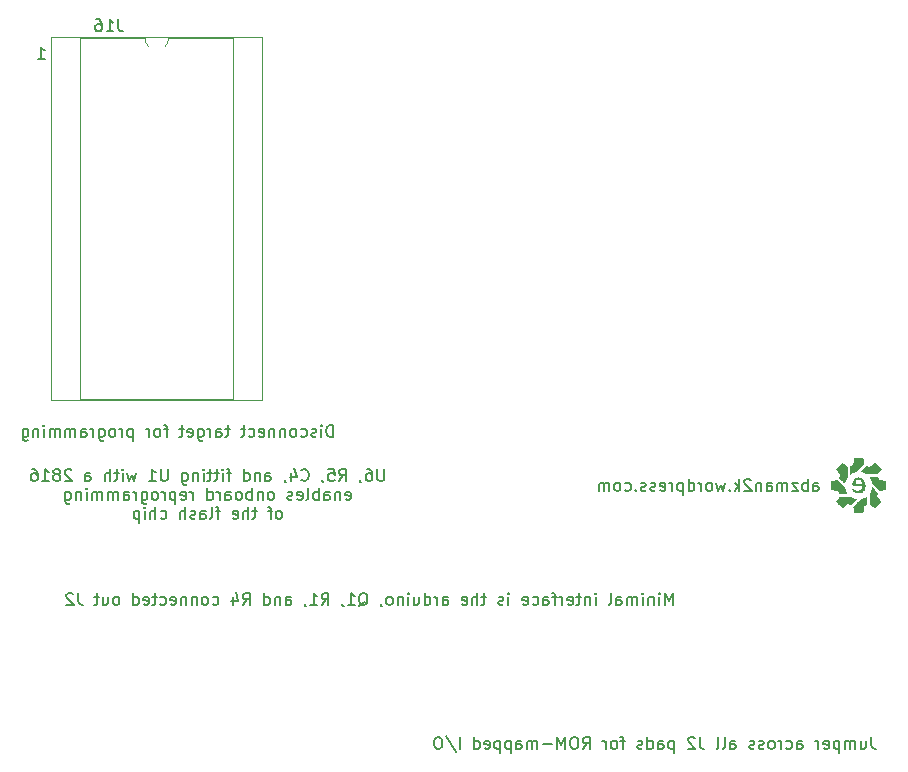
<source format=gbo>
G04 #@! TF.GenerationSoftware,KiCad,Pcbnew,(6.0.0)*
G04 #@! TF.CreationDate,2022-11-09T00:09:39-05:00*
G04 #@! TF.ProjectId,io_i2c,696f5f69-3263-42e6-9b69-6361645f7063,rev?*
G04 #@! TF.SameCoordinates,Original*
G04 #@! TF.FileFunction,Legend,Bot*
G04 #@! TF.FilePolarity,Positive*
%FSLAX46Y46*%
G04 Gerber Fmt 4.6, Leading zero omitted, Abs format (unit mm)*
G04 Created by KiCad (PCBNEW (6.0.0)) date 2022-11-09 00:09:39*
%MOMM*%
%LPD*%
G01*
G04 APERTURE LIST*
%ADD10C,0.150000*%
%ADD11C,0.120000*%
%ADD12C,1.600000*%
%ADD13O,1.600000X1.600000*%
%ADD14R,1.600000X1.600000*%
%ADD15C,3.200000*%
%ADD16R,1.700000X1.700000*%
%ADD17R,2.200000X2.200000*%
%ADD18O,2.200000X2.200000*%
%ADD19O,1.700000X1.700000*%
%ADD20R,1.500000X1.500000*%
%ADD21C,1.500000*%
G04 APERTURE END LIST*
D10*
X157271333Y-159980380D02*
X157271333Y-160694666D01*
X157318952Y-160837523D01*
X157414190Y-160932761D01*
X157557047Y-160980380D01*
X157652285Y-160980380D01*
X156366571Y-160313714D02*
X156366571Y-160980380D01*
X156795142Y-160313714D02*
X156795142Y-160837523D01*
X156747523Y-160932761D01*
X156652285Y-160980380D01*
X156509428Y-160980380D01*
X156414190Y-160932761D01*
X156366571Y-160885142D01*
X155890380Y-160980380D02*
X155890380Y-160313714D01*
X155890380Y-160408952D02*
X155842761Y-160361333D01*
X155747523Y-160313714D01*
X155604666Y-160313714D01*
X155509428Y-160361333D01*
X155461809Y-160456571D01*
X155461809Y-160980380D01*
X155461809Y-160456571D02*
X155414190Y-160361333D01*
X155318952Y-160313714D01*
X155176095Y-160313714D01*
X155080857Y-160361333D01*
X155033238Y-160456571D01*
X155033238Y-160980380D01*
X154557047Y-160313714D02*
X154557047Y-161313714D01*
X154557047Y-160361333D02*
X154461809Y-160313714D01*
X154271333Y-160313714D01*
X154176095Y-160361333D01*
X154128476Y-160408952D01*
X154080857Y-160504190D01*
X154080857Y-160789904D01*
X154128476Y-160885142D01*
X154176095Y-160932761D01*
X154271333Y-160980380D01*
X154461809Y-160980380D01*
X154557047Y-160932761D01*
X153271333Y-160932761D02*
X153366571Y-160980380D01*
X153557047Y-160980380D01*
X153652285Y-160932761D01*
X153699904Y-160837523D01*
X153699904Y-160456571D01*
X153652285Y-160361333D01*
X153557047Y-160313714D01*
X153366571Y-160313714D01*
X153271333Y-160361333D01*
X153223714Y-160456571D01*
X153223714Y-160551809D01*
X153699904Y-160647047D01*
X152795142Y-160980380D02*
X152795142Y-160313714D01*
X152795142Y-160504190D02*
X152747523Y-160408952D01*
X152699904Y-160361333D01*
X152604666Y-160313714D01*
X152509428Y-160313714D01*
X150985619Y-160980380D02*
X150985619Y-160456571D01*
X151033238Y-160361333D01*
X151128476Y-160313714D01*
X151318952Y-160313714D01*
X151414190Y-160361333D01*
X150985619Y-160932761D02*
X151080857Y-160980380D01*
X151318952Y-160980380D01*
X151414190Y-160932761D01*
X151461809Y-160837523D01*
X151461809Y-160742285D01*
X151414190Y-160647047D01*
X151318952Y-160599428D01*
X151080857Y-160599428D01*
X150985619Y-160551809D01*
X150080857Y-160932761D02*
X150176095Y-160980380D01*
X150366571Y-160980380D01*
X150461809Y-160932761D01*
X150509428Y-160885142D01*
X150557047Y-160789904D01*
X150557047Y-160504190D01*
X150509428Y-160408952D01*
X150461809Y-160361333D01*
X150366571Y-160313714D01*
X150176095Y-160313714D01*
X150080857Y-160361333D01*
X149652285Y-160980380D02*
X149652285Y-160313714D01*
X149652285Y-160504190D02*
X149604666Y-160408952D01*
X149557047Y-160361333D01*
X149461809Y-160313714D01*
X149366571Y-160313714D01*
X148890380Y-160980380D02*
X148985619Y-160932761D01*
X149033238Y-160885142D01*
X149080857Y-160789904D01*
X149080857Y-160504190D01*
X149033238Y-160408952D01*
X148985619Y-160361333D01*
X148890380Y-160313714D01*
X148747523Y-160313714D01*
X148652285Y-160361333D01*
X148604666Y-160408952D01*
X148557047Y-160504190D01*
X148557047Y-160789904D01*
X148604666Y-160885142D01*
X148652285Y-160932761D01*
X148747523Y-160980380D01*
X148890380Y-160980380D01*
X148176095Y-160932761D02*
X148080857Y-160980380D01*
X147890380Y-160980380D01*
X147795142Y-160932761D01*
X147747523Y-160837523D01*
X147747523Y-160789904D01*
X147795142Y-160694666D01*
X147890380Y-160647047D01*
X148033238Y-160647047D01*
X148128476Y-160599428D01*
X148176095Y-160504190D01*
X148176095Y-160456571D01*
X148128476Y-160361333D01*
X148033238Y-160313714D01*
X147890380Y-160313714D01*
X147795142Y-160361333D01*
X147366571Y-160932761D02*
X147271333Y-160980380D01*
X147080857Y-160980380D01*
X146985619Y-160932761D01*
X146938000Y-160837523D01*
X146938000Y-160789904D01*
X146985619Y-160694666D01*
X147080857Y-160647047D01*
X147223714Y-160647047D01*
X147318952Y-160599428D01*
X147366571Y-160504190D01*
X147366571Y-160456571D01*
X147318952Y-160361333D01*
X147223714Y-160313714D01*
X147080857Y-160313714D01*
X146985619Y-160361333D01*
X145318952Y-160980380D02*
X145318952Y-160456571D01*
X145366571Y-160361333D01*
X145461809Y-160313714D01*
X145652285Y-160313714D01*
X145747523Y-160361333D01*
X145318952Y-160932761D02*
X145414190Y-160980380D01*
X145652285Y-160980380D01*
X145747523Y-160932761D01*
X145795142Y-160837523D01*
X145795142Y-160742285D01*
X145747523Y-160647047D01*
X145652285Y-160599428D01*
X145414190Y-160599428D01*
X145318952Y-160551809D01*
X144699904Y-160980380D02*
X144795142Y-160932761D01*
X144842761Y-160837523D01*
X144842761Y-159980380D01*
X144176095Y-160980380D02*
X144271333Y-160932761D01*
X144318952Y-160837523D01*
X144318952Y-159980380D01*
X142747523Y-159980380D02*
X142747523Y-160694666D01*
X142795142Y-160837523D01*
X142890380Y-160932761D01*
X143033238Y-160980380D01*
X143128476Y-160980380D01*
X142318952Y-160075619D02*
X142271333Y-160028000D01*
X142176095Y-159980380D01*
X141938000Y-159980380D01*
X141842761Y-160028000D01*
X141795142Y-160075619D01*
X141747523Y-160170857D01*
X141747523Y-160266095D01*
X141795142Y-160408952D01*
X142366571Y-160980380D01*
X141747523Y-160980380D01*
X140557047Y-160313714D02*
X140557047Y-161313714D01*
X140557047Y-160361333D02*
X140461809Y-160313714D01*
X140271333Y-160313714D01*
X140176095Y-160361333D01*
X140128476Y-160408952D01*
X140080857Y-160504190D01*
X140080857Y-160789904D01*
X140128476Y-160885142D01*
X140176095Y-160932761D01*
X140271333Y-160980380D01*
X140461809Y-160980380D01*
X140557047Y-160932761D01*
X139223714Y-160980380D02*
X139223714Y-160456571D01*
X139271333Y-160361333D01*
X139366571Y-160313714D01*
X139557047Y-160313714D01*
X139652285Y-160361333D01*
X139223714Y-160932761D02*
X139318952Y-160980380D01*
X139557047Y-160980380D01*
X139652285Y-160932761D01*
X139699904Y-160837523D01*
X139699904Y-160742285D01*
X139652285Y-160647047D01*
X139557047Y-160599428D01*
X139318952Y-160599428D01*
X139223714Y-160551809D01*
X138318952Y-160980380D02*
X138318952Y-159980380D01*
X138318952Y-160932761D02*
X138414190Y-160980380D01*
X138604666Y-160980380D01*
X138699904Y-160932761D01*
X138747523Y-160885142D01*
X138795142Y-160789904D01*
X138795142Y-160504190D01*
X138747523Y-160408952D01*
X138699904Y-160361333D01*
X138604666Y-160313714D01*
X138414190Y-160313714D01*
X138318952Y-160361333D01*
X137890380Y-160932761D02*
X137795142Y-160980380D01*
X137604666Y-160980380D01*
X137509428Y-160932761D01*
X137461809Y-160837523D01*
X137461809Y-160789904D01*
X137509428Y-160694666D01*
X137604666Y-160647047D01*
X137747523Y-160647047D01*
X137842761Y-160599428D01*
X137890380Y-160504190D01*
X137890380Y-160456571D01*
X137842761Y-160361333D01*
X137747523Y-160313714D01*
X137604666Y-160313714D01*
X137509428Y-160361333D01*
X136414190Y-160313714D02*
X136033238Y-160313714D01*
X136271333Y-160980380D02*
X136271333Y-160123238D01*
X136223714Y-160028000D01*
X136128476Y-159980380D01*
X136033238Y-159980380D01*
X135557047Y-160980380D02*
X135652285Y-160932761D01*
X135699904Y-160885142D01*
X135747523Y-160789904D01*
X135747523Y-160504190D01*
X135699904Y-160408952D01*
X135652285Y-160361333D01*
X135557047Y-160313714D01*
X135414190Y-160313714D01*
X135318952Y-160361333D01*
X135271333Y-160408952D01*
X135223714Y-160504190D01*
X135223714Y-160789904D01*
X135271333Y-160885142D01*
X135318952Y-160932761D01*
X135414190Y-160980380D01*
X135557047Y-160980380D01*
X134795142Y-160980380D02*
X134795142Y-160313714D01*
X134795142Y-160504190D02*
X134747523Y-160408952D01*
X134699904Y-160361333D01*
X134604666Y-160313714D01*
X134509428Y-160313714D01*
X132842761Y-160980380D02*
X133176095Y-160504190D01*
X133414190Y-160980380D02*
X133414190Y-159980380D01*
X133033238Y-159980380D01*
X132938000Y-160028000D01*
X132890380Y-160075619D01*
X132842761Y-160170857D01*
X132842761Y-160313714D01*
X132890380Y-160408952D01*
X132938000Y-160456571D01*
X133033238Y-160504190D01*
X133414190Y-160504190D01*
X132223714Y-159980380D02*
X132033238Y-159980380D01*
X131938000Y-160028000D01*
X131842761Y-160123238D01*
X131795142Y-160313714D01*
X131795142Y-160647047D01*
X131842761Y-160837523D01*
X131938000Y-160932761D01*
X132033238Y-160980380D01*
X132223714Y-160980380D01*
X132318952Y-160932761D01*
X132414190Y-160837523D01*
X132461809Y-160647047D01*
X132461809Y-160313714D01*
X132414190Y-160123238D01*
X132318952Y-160028000D01*
X132223714Y-159980380D01*
X131366571Y-160980380D02*
X131366571Y-159980380D01*
X131033238Y-160694666D01*
X130699904Y-159980380D01*
X130699904Y-160980380D01*
X130223714Y-160599428D02*
X129461809Y-160599428D01*
X128985619Y-160980380D02*
X128985619Y-160313714D01*
X128985619Y-160408952D02*
X128938000Y-160361333D01*
X128842761Y-160313714D01*
X128699904Y-160313714D01*
X128604666Y-160361333D01*
X128557047Y-160456571D01*
X128557047Y-160980380D01*
X128557047Y-160456571D02*
X128509428Y-160361333D01*
X128414190Y-160313714D01*
X128271333Y-160313714D01*
X128176095Y-160361333D01*
X128128476Y-160456571D01*
X128128476Y-160980380D01*
X127223714Y-160980380D02*
X127223714Y-160456571D01*
X127271333Y-160361333D01*
X127366571Y-160313714D01*
X127557047Y-160313714D01*
X127652285Y-160361333D01*
X127223714Y-160932761D02*
X127318952Y-160980380D01*
X127557047Y-160980380D01*
X127652285Y-160932761D01*
X127699904Y-160837523D01*
X127699904Y-160742285D01*
X127652285Y-160647047D01*
X127557047Y-160599428D01*
X127318952Y-160599428D01*
X127223714Y-160551809D01*
X126747523Y-160313714D02*
X126747523Y-161313714D01*
X126747523Y-160361333D02*
X126652285Y-160313714D01*
X126461809Y-160313714D01*
X126366571Y-160361333D01*
X126318952Y-160408952D01*
X126271333Y-160504190D01*
X126271333Y-160789904D01*
X126318952Y-160885142D01*
X126366571Y-160932761D01*
X126461809Y-160980380D01*
X126652285Y-160980380D01*
X126747523Y-160932761D01*
X125842761Y-160313714D02*
X125842761Y-161313714D01*
X125842761Y-160361333D02*
X125747523Y-160313714D01*
X125557047Y-160313714D01*
X125461809Y-160361333D01*
X125414190Y-160408952D01*
X125366571Y-160504190D01*
X125366571Y-160789904D01*
X125414190Y-160885142D01*
X125461809Y-160932761D01*
X125557047Y-160980380D01*
X125747523Y-160980380D01*
X125842761Y-160932761D01*
X124557047Y-160932761D02*
X124652285Y-160980380D01*
X124842761Y-160980380D01*
X124938000Y-160932761D01*
X124985619Y-160837523D01*
X124985619Y-160456571D01*
X124938000Y-160361333D01*
X124842761Y-160313714D01*
X124652285Y-160313714D01*
X124557047Y-160361333D01*
X124509428Y-160456571D01*
X124509428Y-160551809D01*
X124985619Y-160647047D01*
X123652285Y-160980380D02*
X123652285Y-159980380D01*
X123652285Y-160932761D02*
X123747523Y-160980380D01*
X123938000Y-160980380D01*
X124033238Y-160932761D01*
X124080857Y-160885142D01*
X124128476Y-160789904D01*
X124128476Y-160504190D01*
X124080857Y-160408952D01*
X124033238Y-160361333D01*
X123938000Y-160313714D01*
X123747523Y-160313714D01*
X123652285Y-160361333D01*
X122414190Y-160980380D02*
X122414190Y-159980380D01*
X121223714Y-159932761D02*
X122080857Y-161218476D01*
X120699904Y-159980380D02*
X120509428Y-159980380D01*
X120414190Y-160028000D01*
X120318952Y-160123238D01*
X120271333Y-160313714D01*
X120271333Y-160647047D01*
X120318952Y-160837523D01*
X120414190Y-160932761D01*
X120509428Y-160980380D01*
X120699904Y-160980380D01*
X120795142Y-160932761D01*
X120890380Y-160837523D01*
X120938000Y-160647047D01*
X120938000Y-160313714D01*
X120890380Y-160123238D01*
X120795142Y-160028000D01*
X120699904Y-159980380D01*
X86709285Y-102560380D02*
X87280714Y-102560380D01*
X86995000Y-102560380D02*
X86995000Y-101560380D01*
X87090238Y-101703238D01*
X87185476Y-101798476D01*
X87280714Y-101846095D01*
X140450857Y-148788380D02*
X140450857Y-147788380D01*
X140117523Y-148502666D01*
X139784190Y-147788380D01*
X139784190Y-148788380D01*
X139308000Y-148788380D02*
X139308000Y-148121714D01*
X139308000Y-147788380D02*
X139355619Y-147836000D01*
X139308000Y-147883619D01*
X139260380Y-147836000D01*
X139308000Y-147788380D01*
X139308000Y-147883619D01*
X138831809Y-148121714D02*
X138831809Y-148788380D01*
X138831809Y-148216952D02*
X138784190Y-148169333D01*
X138688952Y-148121714D01*
X138546095Y-148121714D01*
X138450857Y-148169333D01*
X138403238Y-148264571D01*
X138403238Y-148788380D01*
X137927047Y-148788380D02*
X137927047Y-148121714D01*
X137927047Y-147788380D02*
X137974666Y-147836000D01*
X137927047Y-147883619D01*
X137879428Y-147836000D01*
X137927047Y-147788380D01*
X137927047Y-147883619D01*
X137450857Y-148788380D02*
X137450857Y-148121714D01*
X137450857Y-148216952D02*
X137403238Y-148169333D01*
X137308000Y-148121714D01*
X137165142Y-148121714D01*
X137069904Y-148169333D01*
X137022285Y-148264571D01*
X137022285Y-148788380D01*
X137022285Y-148264571D02*
X136974666Y-148169333D01*
X136879428Y-148121714D01*
X136736571Y-148121714D01*
X136641333Y-148169333D01*
X136593714Y-148264571D01*
X136593714Y-148788380D01*
X135688952Y-148788380D02*
X135688952Y-148264571D01*
X135736571Y-148169333D01*
X135831809Y-148121714D01*
X136022285Y-148121714D01*
X136117523Y-148169333D01*
X135688952Y-148740761D02*
X135784190Y-148788380D01*
X136022285Y-148788380D01*
X136117523Y-148740761D01*
X136165142Y-148645523D01*
X136165142Y-148550285D01*
X136117523Y-148455047D01*
X136022285Y-148407428D01*
X135784190Y-148407428D01*
X135688952Y-148359809D01*
X135069904Y-148788380D02*
X135165142Y-148740761D01*
X135212761Y-148645523D01*
X135212761Y-147788380D01*
X133927047Y-148788380D02*
X133927047Y-148121714D01*
X133927047Y-147788380D02*
X133974666Y-147836000D01*
X133927047Y-147883619D01*
X133879428Y-147836000D01*
X133927047Y-147788380D01*
X133927047Y-147883619D01*
X133450857Y-148121714D02*
X133450857Y-148788380D01*
X133450857Y-148216952D02*
X133403238Y-148169333D01*
X133308000Y-148121714D01*
X133165142Y-148121714D01*
X133069904Y-148169333D01*
X133022285Y-148264571D01*
X133022285Y-148788380D01*
X132688952Y-148121714D02*
X132308000Y-148121714D01*
X132546095Y-147788380D02*
X132546095Y-148645523D01*
X132498476Y-148740761D01*
X132403238Y-148788380D01*
X132308000Y-148788380D01*
X131593714Y-148740761D02*
X131688952Y-148788380D01*
X131879428Y-148788380D01*
X131974666Y-148740761D01*
X132022285Y-148645523D01*
X132022285Y-148264571D01*
X131974666Y-148169333D01*
X131879428Y-148121714D01*
X131688952Y-148121714D01*
X131593714Y-148169333D01*
X131546095Y-148264571D01*
X131546095Y-148359809D01*
X132022285Y-148455047D01*
X131117523Y-148788380D02*
X131117523Y-148121714D01*
X131117523Y-148312190D02*
X131069904Y-148216952D01*
X131022285Y-148169333D01*
X130927047Y-148121714D01*
X130831809Y-148121714D01*
X130641333Y-148121714D02*
X130260380Y-148121714D01*
X130498476Y-148788380D02*
X130498476Y-147931238D01*
X130450857Y-147836000D01*
X130355619Y-147788380D01*
X130260380Y-147788380D01*
X129498476Y-148788380D02*
X129498476Y-148264571D01*
X129546095Y-148169333D01*
X129641333Y-148121714D01*
X129831809Y-148121714D01*
X129927047Y-148169333D01*
X129498476Y-148740761D02*
X129593714Y-148788380D01*
X129831809Y-148788380D01*
X129927047Y-148740761D01*
X129974666Y-148645523D01*
X129974666Y-148550285D01*
X129927047Y-148455047D01*
X129831809Y-148407428D01*
X129593714Y-148407428D01*
X129498476Y-148359809D01*
X128593714Y-148740761D02*
X128688952Y-148788380D01*
X128879428Y-148788380D01*
X128974666Y-148740761D01*
X129022285Y-148693142D01*
X129069904Y-148597904D01*
X129069904Y-148312190D01*
X129022285Y-148216952D01*
X128974666Y-148169333D01*
X128879428Y-148121714D01*
X128688952Y-148121714D01*
X128593714Y-148169333D01*
X127784190Y-148740761D02*
X127879428Y-148788380D01*
X128069904Y-148788380D01*
X128165142Y-148740761D01*
X128212761Y-148645523D01*
X128212761Y-148264571D01*
X128165142Y-148169333D01*
X128069904Y-148121714D01*
X127879428Y-148121714D01*
X127784190Y-148169333D01*
X127736571Y-148264571D01*
X127736571Y-148359809D01*
X128212761Y-148455047D01*
X126546095Y-148788380D02*
X126546095Y-148121714D01*
X126546095Y-147788380D02*
X126593714Y-147836000D01*
X126546095Y-147883619D01*
X126498476Y-147836000D01*
X126546095Y-147788380D01*
X126546095Y-147883619D01*
X126117523Y-148740761D02*
X126022285Y-148788380D01*
X125831809Y-148788380D01*
X125736571Y-148740761D01*
X125688952Y-148645523D01*
X125688952Y-148597904D01*
X125736571Y-148502666D01*
X125831809Y-148455047D01*
X125974666Y-148455047D01*
X126069904Y-148407428D01*
X126117523Y-148312190D01*
X126117523Y-148264571D01*
X126069904Y-148169333D01*
X125974666Y-148121714D01*
X125831809Y-148121714D01*
X125736571Y-148169333D01*
X124641333Y-148121714D02*
X124260380Y-148121714D01*
X124498476Y-147788380D02*
X124498476Y-148645523D01*
X124450857Y-148740761D01*
X124355619Y-148788380D01*
X124260380Y-148788380D01*
X123927047Y-148788380D02*
X123927047Y-147788380D01*
X123498476Y-148788380D02*
X123498476Y-148264571D01*
X123546095Y-148169333D01*
X123641333Y-148121714D01*
X123784190Y-148121714D01*
X123879428Y-148169333D01*
X123927047Y-148216952D01*
X122641333Y-148740761D02*
X122736571Y-148788380D01*
X122927047Y-148788380D01*
X123022285Y-148740761D01*
X123069904Y-148645523D01*
X123069904Y-148264571D01*
X123022285Y-148169333D01*
X122927047Y-148121714D01*
X122736571Y-148121714D01*
X122641333Y-148169333D01*
X122593714Y-148264571D01*
X122593714Y-148359809D01*
X123069904Y-148455047D01*
X120974666Y-148788380D02*
X120974666Y-148264571D01*
X121022285Y-148169333D01*
X121117523Y-148121714D01*
X121307999Y-148121714D01*
X121403238Y-148169333D01*
X120974666Y-148740761D02*
X121069904Y-148788380D01*
X121307999Y-148788380D01*
X121403238Y-148740761D01*
X121450857Y-148645523D01*
X121450857Y-148550285D01*
X121403238Y-148455047D01*
X121307999Y-148407428D01*
X121069904Y-148407428D01*
X120974666Y-148359809D01*
X120498476Y-148788380D02*
X120498476Y-148121714D01*
X120498476Y-148312190D02*
X120450857Y-148216952D01*
X120403238Y-148169333D01*
X120307999Y-148121714D01*
X120212761Y-148121714D01*
X119450857Y-148788380D02*
X119450857Y-147788380D01*
X119450857Y-148740761D02*
X119546095Y-148788380D01*
X119736571Y-148788380D01*
X119831809Y-148740761D01*
X119879428Y-148693142D01*
X119927047Y-148597904D01*
X119927047Y-148312190D01*
X119879428Y-148216952D01*
X119831809Y-148169333D01*
X119736571Y-148121714D01*
X119546095Y-148121714D01*
X119450857Y-148169333D01*
X118546095Y-148121714D02*
X118546095Y-148788380D01*
X118974666Y-148121714D02*
X118974666Y-148645523D01*
X118927047Y-148740761D01*
X118831809Y-148788380D01*
X118688952Y-148788380D01*
X118593714Y-148740761D01*
X118546095Y-148693142D01*
X118069904Y-148788380D02*
X118069904Y-148121714D01*
X118069904Y-147788380D02*
X118117523Y-147836000D01*
X118069904Y-147883619D01*
X118022285Y-147836000D01*
X118069904Y-147788380D01*
X118069904Y-147883619D01*
X117593714Y-148121714D02*
X117593714Y-148788380D01*
X117593714Y-148216952D02*
X117546095Y-148169333D01*
X117450857Y-148121714D01*
X117308000Y-148121714D01*
X117212761Y-148169333D01*
X117165142Y-148264571D01*
X117165142Y-148788380D01*
X116546095Y-148788380D02*
X116641333Y-148740761D01*
X116688952Y-148693142D01*
X116736571Y-148597904D01*
X116736571Y-148312190D01*
X116688952Y-148216952D01*
X116641333Y-148169333D01*
X116546095Y-148121714D01*
X116403238Y-148121714D01*
X116308000Y-148169333D01*
X116260380Y-148216952D01*
X116212761Y-148312190D01*
X116212761Y-148597904D01*
X116260380Y-148693142D01*
X116308000Y-148740761D01*
X116403238Y-148788380D01*
X116546095Y-148788380D01*
X115736571Y-148740761D02*
X115736571Y-148788380D01*
X115784190Y-148883619D01*
X115831809Y-148931238D01*
X113879428Y-148883619D02*
X113974666Y-148836000D01*
X114069904Y-148740761D01*
X114212761Y-148597904D01*
X114308000Y-148550285D01*
X114403238Y-148550285D01*
X114355619Y-148788380D02*
X114450857Y-148740761D01*
X114546095Y-148645523D01*
X114593714Y-148455047D01*
X114593714Y-148121714D01*
X114546095Y-147931238D01*
X114450857Y-147836000D01*
X114355619Y-147788380D01*
X114165142Y-147788380D01*
X114069904Y-147836000D01*
X113974666Y-147931238D01*
X113927047Y-148121714D01*
X113927047Y-148455047D01*
X113974666Y-148645523D01*
X114069904Y-148740761D01*
X114165142Y-148788380D01*
X114355619Y-148788380D01*
X112974666Y-148788380D02*
X113546095Y-148788380D01*
X113260380Y-148788380D02*
X113260380Y-147788380D01*
X113355619Y-147931238D01*
X113450857Y-148026476D01*
X113546095Y-148074095D01*
X112498476Y-148740761D02*
X112498476Y-148788380D01*
X112546095Y-148883619D01*
X112593714Y-148931238D01*
X110736571Y-148788380D02*
X111069904Y-148312190D01*
X111308000Y-148788380D02*
X111308000Y-147788380D01*
X110927047Y-147788380D01*
X110831809Y-147836000D01*
X110784190Y-147883619D01*
X110736571Y-147978857D01*
X110736571Y-148121714D01*
X110784190Y-148216952D01*
X110831809Y-148264571D01*
X110927047Y-148312190D01*
X111308000Y-148312190D01*
X109784190Y-148788380D02*
X110355619Y-148788380D01*
X110069904Y-148788380D02*
X110069904Y-147788380D01*
X110165142Y-147931238D01*
X110260380Y-148026476D01*
X110355619Y-148074095D01*
X109308000Y-148740761D02*
X109308000Y-148788380D01*
X109355619Y-148883619D01*
X109403238Y-148931238D01*
X107688952Y-148788380D02*
X107688952Y-148264571D01*
X107736571Y-148169333D01*
X107831809Y-148121714D01*
X108022285Y-148121714D01*
X108117523Y-148169333D01*
X107688952Y-148740761D02*
X107784190Y-148788380D01*
X108022285Y-148788380D01*
X108117523Y-148740761D01*
X108165142Y-148645523D01*
X108165142Y-148550285D01*
X108117523Y-148455047D01*
X108022285Y-148407428D01*
X107784190Y-148407428D01*
X107688952Y-148359809D01*
X107212761Y-148121714D02*
X107212761Y-148788380D01*
X107212761Y-148216952D02*
X107165142Y-148169333D01*
X107069904Y-148121714D01*
X106927047Y-148121714D01*
X106831809Y-148169333D01*
X106784190Y-148264571D01*
X106784190Y-148788380D01*
X105879428Y-148788380D02*
X105879428Y-147788380D01*
X105879428Y-148740761D02*
X105974666Y-148788380D01*
X106165142Y-148788380D01*
X106260380Y-148740761D01*
X106308000Y-148693142D01*
X106355619Y-148597904D01*
X106355619Y-148312190D01*
X106308000Y-148216952D01*
X106260380Y-148169333D01*
X106165142Y-148121714D01*
X105974666Y-148121714D01*
X105879428Y-148169333D01*
X104069904Y-148788380D02*
X104403238Y-148312190D01*
X104641333Y-148788380D02*
X104641333Y-147788380D01*
X104260380Y-147788380D01*
X104165142Y-147836000D01*
X104117523Y-147883619D01*
X104069904Y-147978857D01*
X104069904Y-148121714D01*
X104117523Y-148216952D01*
X104165142Y-148264571D01*
X104260380Y-148312190D01*
X104641333Y-148312190D01*
X103212761Y-148121714D02*
X103212761Y-148788380D01*
X103450857Y-147740761D02*
X103688952Y-148455047D01*
X103069904Y-148455047D01*
X101498476Y-148740761D02*
X101593714Y-148788380D01*
X101784190Y-148788380D01*
X101879428Y-148740761D01*
X101927047Y-148693142D01*
X101974666Y-148597904D01*
X101974666Y-148312190D01*
X101927047Y-148216952D01*
X101879428Y-148169333D01*
X101784190Y-148121714D01*
X101593714Y-148121714D01*
X101498476Y-148169333D01*
X100927047Y-148788380D02*
X101022285Y-148740761D01*
X101069904Y-148693142D01*
X101117523Y-148597904D01*
X101117523Y-148312190D01*
X101069904Y-148216952D01*
X101022285Y-148169333D01*
X100927047Y-148121714D01*
X100784190Y-148121714D01*
X100688952Y-148169333D01*
X100641333Y-148216952D01*
X100593714Y-148312190D01*
X100593714Y-148597904D01*
X100641333Y-148693142D01*
X100688952Y-148740761D01*
X100784190Y-148788380D01*
X100927047Y-148788380D01*
X100165142Y-148121714D02*
X100165142Y-148788380D01*
X100165142Y-148216952D02*
X100117523Y-148169333D01*
X100022285Y-148121714D01*
X99879428Y-148121714D01*
X99784190Y-148169333D01*
X99736571Y-148264571D01*
X99736571Y-148788380D01*
X99260380Y-148121714D02*
X99260380Y-148788380D01*
X99260380Y-148216952D02*
X99212761Y-148169333D01*
X99117523Y-148121714D01*
X98974666Y-148121714D01*
X98879428Y-148169333D01*
X98831809Y-148264571D01*
X98831809Y-148788380D01*
X97974666Y-148740761D02*
X98069904Y-148788380D01*
X98260380Y-148788380D01*
X98355619Y-148740761D01*
X98403238Y-148645523D01*
X98403238Y-148264571D01*
X98355619Y-148169333D01*
X98260380Y-148121714D01*
X98069904Y-148121714D01*
X97974666Y-148169333D01*
X97927047Y-148264571D01*
X97927047Y-148359809D01*
X98403238Y-148455047D01*
X97069904Y-148740761D02*
X97165142Y-148788380D01*
X97355619Y-148788380D01*
X97450857Y-148740761D01*
X97498476Y-148693142D01*
X97546095Y-148597904D01*
X97546095Y-148312190D01*
X97498476Y-148216952D01*
X97450857Y-148169333D01*
X97355619Y-148121714D01*
X97165142Y-148121714D01*
X97069904Y-148169333D01*
X96784190Y-148121714D02*
X96403238Y-148121714D01*
X96641333Y-147788380D02*
X96641333Y-148645523D01*
X96593714Y-148740761D01*
X96498476Y-148788380D01*
X96403238Y-148788380D01*
X95688952Y-148740761D02*
X95784190Y-148788380D01*
X95974666Y-148788380D01*
X96069904Y-148740761D01*
X96117523Y-148645523D01*
X96117523Y-148264571D01*
X96069904Y-148169333D01*
X95974666Y-148121714D01*
X95784190Y-148121714D01*
X95688952Y-148169333D01*
X95641333Y-148264571D01*
X95641333Y-148359809D01*
X96117523Y-148455047D01*
X94784190Y-148788380D02*
X94784190Y-147788380D01*
X94784190Y-148740761D02*
X94879428Y-148788380D01*
X95069904Y-148788380D01*
X95165142Y-148740761D01*
X95212761Y-148693142D01*
X95260380Y-148597904D01*
X95260380Y-148312190D01*
X95212761Y-148216952D01*
X95165142Y-148169333D01*
X95069904Y-148121714D01*
X94879428Y-148121714D01*
X94784190Y-148169333D01*
X93403238Y-148788380D02*
X93498476Y-148740761D01*
X93546095Y-148693142D01*
X93593714Y-148597904D01*
X93593714Y-148312190D01*
X93546095Y-148216952D01*
X93498476Y-148169333D01*
X93403238Y-148121714D01*
X93260380Y-148121714D01*
X93165142Y-148169333D01*
X93117523Y-148216952D01*
X93069904Y-148312190D01*
X93069904Y-148597904D01*
X93117523Y-148693142D01*
X93165142Y-148740761D01*
X93260380Y-148788380D01*
X93403238Y-148788380D01*
X92212761Y-148121714D02*
X92212761Y-148788380D01*
X92641333Y-148121714D02*
X92641333Y-148645523D01*
X92593714Y-148740761D01*
X92498476Y-148788380D01*
X92355619Y-148788380D01*
X92260380Y-148740761D01*
X92212761Y-148693142D01*
X91879428Y-148121714D02*
X91498476Y-148121714D01*
X91736571Y-147788380D02*
X91736571Y-148645523D01*
X91688952Y-148740761D01*
X91593714Y-148788380D01*
X91498476Y-148788380D01*
X90117523Y-147788380D02*
X90117523Y-148502666D01*
X90165142Y-148645523D01*
X90260380Y-148740761D01*
X90403238Y-148788380D01*
X90498476Y-148788380D01*
X89688952Y-147883619D02*
X89641333Y-147836000D01*
X89546095Y-147788380D01*
X89308000Y-147788380D01*
X89212761Y-147836000D01*
X89165142Y-147883619D01*
X89117523Y-147978857D01*
X89117523Y-148074095D01*
X89165142Y-148216952D01*
X89736571Y-148788380D01*
X89117523Y-148788380D01*
X116020571Y-137288380D02*
X116020571Y-138097904D01*
X115972952Y-138193142D01*
X115925333Y-138240761D01*
X115830095Y-138288380D01*
X115639619Y-138288380D01*
X115544380Y-138240761D01*
X115496761Y-138193142D01*
X115449142Y-138097904D01*
X115449142Y-137288380D01*
X114544380Y-137288380D02*
X114734857Y-137288380D01*
X114830095Y-137336000D01*
X114877714Y-137383619D01*
X114972952Y-137526476D01*
X115020571Y-137716952D01*
X115020571Y-138097904D01*
X114972952Y-138193142D01*
X114925333Y-138240761D01*
X114830095Y-138288380D01*
X114639619Y-138288380D01*
X114544380Y-138240761D01*
X114496761Y-138193142D01*
X114449142Y-138097904D01*
X114449142Y-137859809D01*
X114496761Y-137764571D01*
X114544380Y-137716952D01*
X114639619Y-137669333D01*
X114830095Y-137669333D01*
X114925333Y-137716952D01*
X114972952Y-137764571D01*
X115020571Y-137859809D01*
X113972952Y-138240761D02*
X113972952Y-138288380D01*
X114020571Y-138383619D01*
X114068190Y-138431238D01*
X112211047Y-138288380D02*
X112544380Y-137812190D01*
X112782476Y-138288380D02*
X112782476Y-137288380D01*
X112401523Y-137288380D01*
X112306285Y-137336000D01*
X112258666Y-137383619D01*
X112211047Y-137478857D01*
X112211047Y-137621714D01*
X112258666Y-137716952D01*
X112306285Y-137764571D01*
X112401523Y-137812190D01*
X112782476Y-137812190D01*
X111306285Y-137288380D02*
X111782476Y-137288380D01*
X111830095Y-137764571D01*
X111782476Y-137716952D01*
X111687238Y-137669333D01*
X111449142Y-137669333D01*
X111353904Y-137716952D01*
X111306285Y-137764571D01*
X111258666Y-137859809D01*
X111258666Y-138097904D01*
X111306285Y-138193142D01*
X111353904Y-138240761D01*
X111449142Y-138288380D01*
X111687238Y-138288380D01*
X111782476Y-138240761D01*
X111830095Y-138193142D01*
X110782476Y-138240761D02*
X110782476Y-138288380D01*
X110830095Y-138383619D01*
X110877714Y-138431238D01*
X109020571Y-138193142D02*
X109068190Y-138240761D01*
X109211047Y-138288380D01*
X109306285Y-138288380D01*
X109449142Y-138240761D01*
X109544380Y-138145523D01*
X109592000Y-138050285D01*
X109639619Y-137859809D01*
X109639619Y-137716952D01*
X109592000Y-137526476D01*
X109544380Y-137431238D01*
X109449142Y-137336000D01*
X109306285Y-137288380D01*
X109211047Y-137288380D01*
X109068190Y-137336000D01*
X109020571Y-137383619D01*
X108163428Y-137621714D02*
X108163428Y-138288380D01*
X108401523Y-137240761D02*
X108639619Y-137955047D01*
X108020571Y-137955047D01*
X107592000Y-138240761D02*
X107592000Y-138288380D01*
X107639619Y-138383619D01*
X107687238Y-138431238D01*
X105972952Y-138288380D02*
X105972952Y-137764571D01*
X106020571Y-137669333D01*
X106115809Y-137621714D01*
X106306285Y-137621714D01*
X106401523Y-137669333D01*
X105972952Y-138240761D02*
X106068190Y-138288380D01*
X106306285Y-138288380D01*
X106401523Y-138240761D01*
X106449142Y-138145523D01*
X106449142Y-138050285D01*
X106401523Y-137955047D01*
X106306285Y-137907428D01*
X106068190Y-137907428D01*
X105972952Y-137859809D01*
X105496761Y-137621714D02*
X105496761Y-138288380D01*
X105496761Y-137716952D02*
X105449142Y-137669333D01*
X105353904Y-137621714D01*
X105211047Y-137621714D01*
X105115809Y-137669333D01*
X105068190Y-137764571D01*
X105068190Y-138288380D01*
X104163428Y-138288380D02*
X104163428Y-137288380D01*
X104163428Y-138240761D02*
X104258666Y-138288380D01*
X104449142Y-138288380D01*
X104544380Y-138240761D01*
X104592000Y-138193142D01*
X104639619Y-138097904D01*
X104639619Y-137812190D01*
X104592000Y-137716952D01*
X104544380Y-137669333D01*
X104449142Y-137621714D01*
X104258666Y-137621714D01*
X104163428Y-137669333D01*
X103068190Y-137621714D02*
X102687238Y-137621714D01*
X102925333Y-138288380D02*
X102925333Y-137431238D01*
X102877714Y-137336000D01*
X102782476Y-137288380D01*
X102687238Y-137288380D01*
X102353904Y-138288380D02*
X102353904Y-137621714D01*
X102353904Y-137288380D02*
X102401523Y-137336000D01*
X102353904Y-137383619D01*
X102306285Y-137336000D01*
X102353904Y-137288380D01*
X102353904Y-137383619D01*
X102020571Y-137621714D02*
X101639619Y-137621714D01*
X101877714Y-137288380D02*
X101877714Y-138145523D01*
X101830095Y-138240761D01*
X101734857Y-138288380D01*
X101639619Y-138288380D01*
X101449142Y-137621714D02*
X101068190Y-137621714D01*
X101306285Y-137288380D02*
X101306285Y-138145523D01*
X101258666Y-138240761D01*
X101163428Y-138288380D01*
X101068190Y-138288380D01*
X100734857Y-138288380D02*
X100734857Y-137621714D01*
X100734857Y-137288380D02*
X100782476Y-137336000D01*
X100734857Y-137383619D01*
X100687238Y-137336000D01*
X100734857Y-137288380D01*
X100734857Y-137383619D01*
X100258666Y-137621714D02*
X100258666Y-138288380D01*
X100258666Y-137716952D02*
X100211047Y-137669333D01*
X100115809Y-137621714D01*
X99972952Y-137621714D01*
X99877714Y-137669333D01*
X99830095Y-137764571D01*
X99830095Y-138288380D01*
X98925333Y-137621714D02*
X98925333Y-138431238D01*
X98972952Y-138526476D01*
X99020571Y-138574095D01*
X99115809Y-138621714D01*
X99258666Y-138621714D01*
X99353904Y-138574095D01*
X98925333Y-138240761D02*
X99020571Y-138288380D01*
X99211047Y-138288380D01*
X99306285Y-138240761D01*
X99353904Y-138193142D01*
X99401523Y-138097904D01*
X99401523Y-137812190D01*
X99353904Y-137716952D01*
X99306285Y-137669333D01*
X99211047Y-137621714D01*
X99020571Y-137621714D01*
X98925333Y-137669333D01*
X97687238Y-137288380D02*
X97687238Y-138097904D01*
X97639619Y-138193142D01*
X97592000Y-138240761D01*
X97496761Y-138288380D01*
X97306285Y-138288380D01*
X97211047Y-138240761D01*
X97163428Y-138193142D01*
X97115809Y-138097904D01*
X97115809Y-137288380D01*
X96115809Y-138288380D02*
X96687238Y-138288380D01*
X96401523Y-138288380D02*
X96401523Y-137288380D01*
X96496761Y-137431238D01*
X96592000Y-137526476D01*
X96687238Y-137574095D01*
X95020571Y-137621714D02*
X94830095Y-138288380D01*
X94639619Y-137812190D01*
X94449142Y-138288380D01*
X94258666Y-137621714D01*
X93877714Y-138288380D02*
X93877714Y-137621714D01*
X93877714Y-137288380D02*
X93925333Y-137336000D01*
X93877714Y-137383619D01*
X93830095Y-137336000D01*
X93877714Y-137288380D01*
X93877714Y-137383619D01*
X93544380Y-137621714D02*
X93163428Y-137621714D01*
X93401523Y-137288380D02*
X93401523Y-138145523D01*
X93353904Y-138240761D01*
X93258666Y-138288380D01*
X93163428Y-138288380D01*
X92830095Y-138288380D02*
X92830095Y-137288380D01*
X92401523Y-138288380D02*
X92401523Y-137764571D01*
X92449142Y-137669333D01*
X92544380Y-137621714D01*
X92687238Y-137621714D01*
X92782476Y-137669333D01*
X92830095Y-137716952D01*
X90734857Y-138288380D02*
X90734857Y-137764571D01*
X90782476Y-137669333D01*
X90877714Y-137621714D01*
X91068190Y-137621714D01*
X91163428Y-137669333D01*
X90734857Y-138240761D02*
X90830095Y-138288380D01*
X91068190Y-138288380D01*
X91163428Y-138240761D01*
X91211047Y-138145523D01*
X91211047Y-138050285D01*
X91163428Y-137955047D01*
X91068190Y-137907428D01*
X90830095Y-137907428D01*
X90734857Y-137859809D01*
X89544380Y-137383619D02*
X89496761Y-137336000D01*
X89401523Y-137288380D01*
X89163428Y-137288380D01*
X89068190Y-137336000D01*
X89020571Y-137383619D01*
X88972952Y-137478857D01*
X88972952Y-137574095D01*
X89020571Y-137716952D01*
X89592000Y-138288380D01*
X88972952Y-138288380D01*
X88401523Y-137716952D02*
X88496761Y-137669333D01*
X88544380Y-137621714D01*
X88592000Y-137526476D01*
X88592000Y-137478857D01*
X88544380Y-137383619D01*
X88496761Y-137336000D01*
X88401523Y-137288380D01*
X88211047Y-137288380D01*
X88115809Y-137336000D01*
X88068190Y-137383619D01*
X88020571Y-137478857D01*
X88020571Y-137526476D01*
X88068190Y-137621714D01*
X88115809Y-137669333D01*
X88211047Y-137716952D01*
X88401523Y-137716952D01*
X88496761Y-137764571D01*
X88544380Y-137812190D01*
X88592000Y-137907428D01*
X88592000Y-138097904D01*
X88544380Y-138193142D01*
X88496761Y-138240761D01*
X88401523Y-138288380D01*
X88211047Y-138288380D01*
X88115809Y-138240761D01*
X88068190Y-138193142D01*
X88020571Y-138097904D01*
X88020571Y-137907428D01*
X88068190Y-137812190D01*
X88115809Y-137764571D01*
X88211047Y-137716952D01*
X87068190Y-138288380D02*
X87639619Y-138288380D01*
X87353904Y-138288380D02*
X87353904Y-137288380D01*
X87449142Y-137431238D01*
X87544380Y-137526476D01*
X87639619Y-137574095D01*
X86211047Y-137288380D02*
X86401523Y-137288380D01*
X86496761Y-137336000D01*
X86544380Y-137383619D01*
X86639619Y-137526476D01*
X86687238Y-137716952D01*
X86687238Y-138097904D01*
X86639619Y-138193142D01*
X86592000Y-138240761D01*
X86496761Y-138288380D01*
X86306285Y-138288380D01*
X86211047Y-138240761D01*
X86163428Y-138193142D01*
X86115809Y-138097904D01*
X86115809Y-137859809D01*
X86163428Y-137764571D01*
X86211047Y-137716952D01*
X86306285Y-137669333D01*
X86496761Y-137669333D01*
X86592000Y-137716952D01*
X86639619Y-137764571D01*
X86687238Y-137859809D01*
X112782476Y-139850761D02*
X112877714Y-139898380D01*
X113068190Y-139898380D01*
X113163428Y-139850761D01*
X113211047Y-139755523D01*
X113211047Y-139374571D01*
X113163428Y-139279333D01*
X113068190Y-139231714D01*
X112877714Y-139231714D01*
X112782476Y-139279333D01*
X112734857Y-139374571D01*
X112734857Y-139469809D01*
X113211047Y-139565047D01*
X112306285Y-139231714D02*
X112306285Y-139898380D01*
X112306285Y-139326952D02*
X112258666Y-139279333D01*
X112163428Y-139231714D01*
X112020571Y-139231714D01*
X111925333Y-139279333D01*
X111877714Y-139374571D01*
X111877714Y-139898380D01*
X110972952Y-139898380D02*
X110972952Y-139374571D01*
X111020571Y-139279333D01*
X111115809Y-139231714D01*
X111306285Y-139231714D01*
X111401523Y-139279333D01*
X110972952Y-139850761D02*
X111068190Y-139898380D01*
X111306285Y-139898380D01*
X111401523Y-139850761D01*
X111449142Y-139755523D01*
X111449142Y-139660285D01*
X111401523Y-139565047D01*
X111306285Y-139517428D01*
X111068190Y-139517428D01*
X110972952Y-139469809D01*
X110496761Y-139898380D02*
X110496761Y-138898380D01*
X110496761Y-139279333D02*
X110401523Y-139231714D01*
X110211047Y-139231714D01*
X110115809Y-139279333D01*
X110068190Y-139326952D01*
X110020571Y-139422190D01*
X110020571Y-139707904D01*
X110068190Y-139803142D01*
X110115809Y-139850761D01*
X110211047Y-139898380D01*
X110401523Y-139898380D01*
X110496761Y-139850761D01*
X109449142Y-139898380D02*
X109544380Y-139850761D01*
X109592000Y-139755523D01*
X109592000Y-138898380D01*
X108687238Y-139850761D02*
X108782476Y-139898380D01*
X108972952Y-139898380D01*
X109068190Y-139850761D01*
X109115809Y-139755523D01*
X109115809Y-139374571D01*
X109068190Y-139279333D01*
X108972952Y-139231714D01*
X108782476Y-139231714D01*
X108687238Y-139279333D01*
X108639619Y-139374571D01*
X108639619Y-139469809D01*
X109115809Y-139565047D01*
X108258666Y-139850761D02*
X108163428Y-139898380D01*
X107972952Y-139898380D01*
X107877714Y-139850761D01*
X107830095Y-139755523D01*
X107830095Y-139707904D01*
X107877714Y-139612666D01*
X107972952Y-139565047D01*
X108115809Y-139565047D01*
X108211047Y-139517428D01*
X108258666Y-139422190D01*
X108258666Y-139374571D01*
X108211047Y-139279333D01*
X108115809Y-139231714D01*
X107972952Y-139231714D01*
X107877714Y-139279333D01*
X106496761Y-139898380D02*
X106592000Y-139850761D01*
X106639619Y-139803142D01*
X106687238Y-139707904D01*
X106687238Y-139422190D01*
X106639619Y-139326952D01*
X106592000Y-139279333D01*
X106496761Y-139231714D01*
X106353904Y-139231714D01*
X106258666Y-139279333D01*
X106211047Y-139326952D01*
X106163428Y-139422190D01*
X106163428Y-139707904D01*
X106211047Y-139803142D01*
X106258666Y-139850761D01*
X106353904Y-139898380D01*
X106496761Y-139898380D01*
X105734857Y-139231714D02*
X105734857Y-139898380D01*
X105734857Y-139326952D02*
X105687238Y-139279333D01*
X105592000Y-139231714D01*
X105449142Y-139231714D01*
X105353904Y-139279333D01*
X105306285Y-139374571D01*
X105306285Y-139898380D01*
X104830095Y-139898380D02*
X104830095Y-138898380D01*
X104830095Y-139279333D02*
X104734857Y-139231714D01*
X104544380Y-139231714D01*
X104449142Y-139279333D01*
X104401523Y-139326952D01*
X104353904Y-139422190D01*
X104353904Y-139707904D01*
X104401523Y-139803142D01*
X104449142Y-139850761D01*
X104544380Y-139898380D01*
X104734857Y-139898380D01*
X104830095Y-139850761D01*
X103782476Y-139898380D02*
X103877714Y-139850761D01*
X103925333Y-139803142D01*
X103972952Y-139707904D01*
X103972952Y-139422190D01*
X103925333Y-139326952D01*
X103877714Y-139279333D01*
X103782476Y-139231714D01*
X103639619Y-139231714D01*
X103544380Y-139279333D01*
X103496761Y-139326952D01*
X103449142Y-139422190D01*
X103449142Y-139707904D01*
X103496761Y-139803142D01*
X103544380Y-139850761D01*
X103639619Y-139898380D01*
X103782476Y-139898380D01*
X102592000Y-139898380D02*
X102592000Y-139374571D01*
X102639619Y-139279333D01*
X102734857Y-139231714D01*
X102925333Y-139231714D01*
X103020571Y-139279333D01*
X102592000Y-139850761D02*
X102687238Y-139898380D01*
X102925333Y-139898380D01*
X103020571Y-139850761D01*
X103068190Y-139755523D01*
X103068190Y-139660285D01*
X103020571Y-139565047D01*
X102925333Y-139517428D01*
X102687238Y-139517428D01*
X102592000Y-139469809D01*
X102115809Y-139898380D02*
X102115809Y-139231714D01*
X102115809Y-139422190D02*
X102068190Y-139326952D01*
X102020571Y-139279333D01*
X101925333Y-139231714D01*
X101830095Y-139231714D01*
X101068190Y-139898380D02*
X101068190Y-138898380D01*
X101068190Y-139850761D02*
X101163428Y-139898380D01*
X101353904Y-139898380D01*
X101449142Y-139850761D01*
X101496761Y-139803142D01*
X101544380Y-139707904D01*
X101544380Y-139422190D01*
X101496761Y-139326952D01*
X101449142Y-139279333D01*
X101353904Y-139231714D01*
X101163428Y-139231714D01*
X101068190Y-139279333D01*
X99830095Y-139898380D02*
X99830095Y-139231714D01*
X99830095Y-139422190D02*
X99782476Y-139326952D01*
X99734857Y-139279333D01*
X99639619Y-139231714D01*
X99544380Y-139231714D01*
X98830095Y-139850761D02*
X98925333Y-139898380D01*
X99115809Y-139898380D01*
X99211047Y-139850761D01*
X99258666Y-139755523D01*
X99258666Y-139374571D01*
X99211047Y-139279333D01*
X99115809Y-139231714D01*
X98925333Y-139231714D01*
X98830095Y-139279333D01*
X98782476Y-139374571D01*
X98782476Y-139469809D01*
X99258666Y-139565047D01*
X98353904Y-139231714D02*
X98353904Y-140231714D01*
X98353904Y-139279333D02*
X98258666Y-139231714D01*
X98068190Y-139231714D01*
X97972952Y-139279333D01*
X97925333Y-139326952D01*
X97877714Y-139422190D01*
X97877714Y-139707904D01*
X97925333Y-139803142D01*
X97972952Y-139850761D01*
X98068190Y-139898380D01*
X98258666Y-139898380D01*
X98353904Y-139850761D01*
X97449142Y-139898380D02*
X97449142Y-139231714D01*
X97449142Y-139422190D02*
X97401523Y-139326952D01*
X97353904Y-139279333D01*
X97258666Y-139231714D01*
X97163428Y-139231714D01*
X96687238Y-139898380D02*
X96782476Y-139850761D01*
X96830095Y-139803142D01*
X96877714Y-139707904D01*
X96877714Y-139422190D01*
X96830095Y-139326952D01*
X96782476Y-139279333D01*
X96687238Y-139231714D01*
X96544380Y-139231714D01*
X96449142Y-139279333D01*
X96401523Y-139326952D01*
X96353904Y-139422190D01*
X96353904Y-139707904D01*
X96401523Y-139803142D01*
X96449142Y-139850761D01*
X96544380Y-139898380D01*
X96687238Y-139898380D01*
X95496761Y-139231714D02*
X95496761Y-140041238D01*
X95544380Y-140136476D01*
X95592000Y-140184095D01*
X95687238Y-140231714D01*
X95830095Y-140231714D01*
X95925333Y-140184095D01*
X95496761Y-139850761D02*
X95592000Y-139898380D01*
X95782476Y-139898380D01*
X95877714Y-139850761D01*
X95925333Y-139803142D01*
X95972952Y-139707904D01*
X95972952Y-139422190D01*
X95925333Y-139326952D01*
X95877714Y-139279333D01*
X95782476Y-139231714D01*
X95592000Y-139231714D01*
X95496761Y-139279333D01*
X95020571Y-139898380D02*
X95020571Y-139231714D01*
X95020571Y-139422190D02*
X94972952Y-139326952D01*
X94925333Y-139279333D01*
X94830095Y-139231714D01*
X94734857Y-139231714D01*
X93972952Y-139898380D02*
X93972952Y-139374571D01*
X94020571Y-139279333D01*
X94115809Y-139231714D01*
X94306285Y-139231714D01*
X94401523Y-139279333D01*
X93972952Y-139850761D02*
X94068190Y-139898380D01*
X94306285Y-139898380D01*
X94401523Y-139850761D01*
X94449142Y-139755523D01*
X94449142Y-139660285D01*
X94401523Y-139565047D01*
X94306285Y-139517428D01*
X94068190Y-139517428D01*
X93972952Y-139469809D01*
X93496761Y-139898380D02*
X93496761Y-139231714D01*
X93496761Y-139326952D02*
X93449142Y-139279333D01*
X93353904Y-139231714D01*
X93211047Y-139231714D01*
X93115809Y-139279333D01*
X93068190Y-139374571D01*
X93068190Y-139898380D01*
X93068190Y-139374571D02*
X93020571Y-139279333D01*
X92925333Y-139231714D01*
X92782476Y-139231714D01*
X92687238Y-139279333D01*
X92639619Y-139374571D01*
X92639619Y-139898380D01*
X92163428Y-139898380D02*
X92163428Y-139231714D01*
X92163428Y-139326952D02*
X92115809Y-139279333D01*
X92020571Y-139231714D01*
X91877714Y-139231714D01*
X91782476Y-139279333D01*
X91734857Y-139374571D01*
X91734857Y-139898380D01*
X91734857Y-139374571D02*
X91687238Y-139279333D01*
X91592000Y-139231714D01*
X91449142Y-139231714D01*
X91353904Y-139279333D01*
X91306285Y-139374571D01*
X91306285Y-139898380D01*
X90830095Y-139898380D02*
X90830095Y-139231714D01*
X90830095Y-138898380D02*
X90877714Y-138946000D01*
X90830095Y-138993619D01*
X90782476Y-138946000D01*
X90830095Y-138898380D01*
X90830095Y-138993619D01*
X90353904Y-139231714D02*
X90353904Y-139898380D01*
X90353904Y-139326952D02*
X90306285Y-139279333D01*
X90211047Y-139231714D01*
X90068190Y-139231714D01*
X89972952Y-139279333D01*
X89925333Y-139374571D01*
X89925333Y-139898380D01*
X89020571Y-139231714D02*
X89020571Y-140041238D01*
X89068190Y-140136476D01*
X89115809Y-140184095D01*
X89211047Y-140231714D01*
X89353904Y-140231714D01*
X89449142Y-140184095D01*
X89020571Y-139850761D02*
X89115809Y-139898380D01*
X89306285Y-139898380D01*
X89401523Y-139850761D01*
X89449142Y-139803142D01*
X89496761Y-139707904D01*
X89496761Y-139422190D01*
X89449142Y-139326952D01*
X89401523Y-139279333D01*
X89306285Y-139231714D01*
X89115809Y-139231714D01*
X89020571Y-139279333D01*
X107187238Y-141508380D02*
X107282476Y-141460761D01*
X107330095Y-141413142D01*
X107377714Y-141317904D01*
X107377714Y-141032190D01*
X107330095Y-140936952D01*
X107282476Y-140889333D01*
X107187238Y-140841714D01*
X107044380Y-140841714D01*
X106949142Y-140889333D01*
X106901523Y-140936952D01*
X106853904Y-141032190D01*
X106853904Y-141317904D01*
X106901523Y-141413142D01*
X106949142Y-141460761D01*
X107044380Y-141508380D01*
X107187238Y-141508380D01*
X106568190Y-140841714D02*
X106187238Y-140841714D01*
X106425333Y-141508380D02*
X106425333Y-140651238D01*
X106377714Y-140556000D01*
X106282476Y-140508380D01*
X106187238Y-140508380D01*
X105234857Y-140841714D02*
X104853904Y-140841714D01*
X105092000Y-140508380D02*
X105092000Y-141365523D01*
X105044380Y-141460761D01*
X104949142Y-141508380D01*
X104853904Y-141508380D01*
X104520571Y-141508380D02*
X104520571Y-140508380D01*
X104092000Y-141508380D02*
X104092000Y-140984571D01*
X104139619Y-140889333D01*
X104234857Y-140841714D01*
X104377714Y-140841714D01*
X104472952Y-140889333D01*
X104520571Y-140936952D01*
X103234857Y-141460761D02*
X103330095Y-141508380D01*
X103520571Y-141508380D01*
X103615809Y-141460761D01*
X103663428Y-141365523D01*
X103663428Y-140984571D01*
X103615809Y-140889333D01*
X103520571Y-140841714D01*
X103330095Y-140841714D01*
X103234857Y-140889333D01*
X103187238Y-140984571D01*
X103187238Y-141079809D01*
X103663428Y-141175047D01*
X102139619Y-140841714D02*
X101758666Y-140841714D01*
X101996761Y-141508380D02*
X101996761Y-140651238D01*
X101949142Y-140556000D01*
X101853904Y-140508380D01*
X101758666Y-140508380D01*
X101282476Y-141508380D02*
X101377714Y-141460761D01*
X101425333Y-141365523D01*
X101425333Y-140508380D01*
X100472952Y-141508380D02*
X100472952Y-140984571D01*
X100520571Y-140889333D01*
X100615809Y-140841714D01*
X100806285Y-140841714D01*
X100901523Y-140889333D01*
X100472952Y-141460761D02*
X100568190Y-141508380D01*
X100806285Y-141508380D01*
X100901523Y-141460761D01*
X100949142Y-141365523D01*
X100949142Y-141270285D01*
X100901523Y-141175047D01*
X100806285Y-141127428D01*
X100568190Y-141127428D01*
X100472952Y-141079809D01*
X100044380Y-141460761D02*
X99949142Y-141508380D01*
X99758666Y-141508380D01*
X99663428Y-141460761D01*
X99615809Y-141365523D01*
X99615809Y-141317904D01*
X99663428Y-141222666D01*
X99758666Y-141175047D01*
X99901523Y-141175047D01*
X99996761Y-141127428D01*
X100044380Y-141032190D01*
X100044380Y-140984571D01*
X99996761Y-140889333D01*
X99901523Y-140841714D01*
X99758666Y-140841714D01*
X99663428Y-140889333D01*
X99187238Y-141508380D02*
X99187238Y-140508380D01*
X98758666Y-141508380D02*
X98758666Y-140984571D01*
X98806285Y-140889333D01*
X98901523Y-140841714D01*
X99044380Y-140841714D01*
X99139619Y-140889333D01*
X99187238Y-140936952D01*
X97092000Y-141460761D02*
X97187238Y-141508380D01*
X97377714Y-141508380D01*
X97472952Y-141460761D01*
X97520571Y-141413142D01*
X97568190Y-141317904D01*
X97568190Y-141032190D01*
X97520571Y-140936952D01*
X97472952Y-140889333D01*
X97377714Y-140841714D01*
X97187238Y-140841714D01*
X97092000Y-140889333D01*
X96663428Y-141508380D02*
X96663428Y-140508380D01*
X96234857Y-141508380D02*
X96234857Y-140984571D01*
X96282476Y-140889333D01*
X96377714Y-140841714D01*
X96520571Y-140841714D01*
X96615809Y-140889333D01*
X96663428Y-140936952D01*
X95758666Y-141508380D02*
X95758666Y-140841714D01*
X95758666Y-140508380D02*
X95806285Y-140556000D01*
X95758666Y-140603619D01*
X95711047Y-140556000D01*
X95758666Y-140508380D01*
X95758666Y-140603619D01*
X95282476Y-140841714D02*
X95282476Y-141841714D01*
X95282476Y-140889333D02*
X95187238Y-140841714D01*
X94996761Y-140841714D01*
X94901523Y-140889333D01*
X94853904Y-140936952D01*
X94806285Y-141032190D01*
X94806285Y-141317904D01*
X94853904Y-141413142D01*
X94901523Y-141460761D01*
X94996761Y-141508380D01*
X95187238Y-141508380D01*
X95282476Y-141460761D01*
X152367142Y-139136380D02*
X152367142Y-138612571D01*
X152414761Y-138517333D01*
X152510000Y-138469714D01*
X152700476Y-138469714D01*
X152795714Y-138517333D01*
X152367142Y-139088761D02*
X152462380Y-139136380D01*
X152700476Y-139136380D01*
X152795714Y-139088761D01*
X152843333Y-138993523D01*
X152843333Y-138898285D01*
X152795714Y-138803047D01*
X152700476Y-138755428D01*
X152462380Y-138755428D01*
X152367142Y-138707809D01*
X151890952Y-139136380D02*
X151890952Y-138136380D01*
X151890952Y-138517333D02*
X151795714Y-138469714D01*
X151605238Y-138469714D01*
X151510000Y-138517333D01*
X151462380Y-138564952D01*
X151414761Y-138660190D01*
X151414761Y-138945904D01*
X151462380Y-139041142D01*
X151510000Y-139088761D01*
X151605238Y-139136380D01*
X151795714Y-139136380D01*
X151890952Y-139088761D01*
X151081428Y-138469714D02*
X150557619Y-138469714D01*
X151081428Y-139136380D01*
X150557619Y-139136380D01*
X150176666Y-139136380D02*
X150176666Y-138469714D01*
X150176666Y-138564952D02*
X150129047Y-138517333D01*
X150033809Y-138469714D01*
X149890952Y-138469714D01*
X149795714Y-138517333D01*
X149748095Y-138612571D01*
X149748095Y-139136380D01*
X149748095Y-138612571D02*
X149700476Y-138517333D01*
X149605238Y-138469714D01*
X149462380Y-138469714D01*
X149367142Y-138517333D01*
X149319523Y-138612571D01*
X149319523Y-139136380D01*
X148414761Y-139136380D02*
X148414761Y-138612571D01*
X148462380Y-138517333D01*
X148557619Y-138469714D01*
X148748095Y-138469714D01*
X148843333Y-138517333D01*
X148414761Y-139088761D02*
X148510000Y-139136380D01*
X148748095Y-139136380D01*
X148843333Y-139088761D01*
X148890952Y-138993523D01*
X148890952Y-138898285D01*
X148843333Y-138803047D01*
X148748095Y-138755428D01*
X148510000Y-138755428D01*
X148414761Y-138707809D01*
X147938571Y-138469714D02*
X147938571Y-139136380D01*
X147938571Y-138564952D02*
X147890952Y-138517333D01*
X147795714Y-138469714D01*
X147652857Y-138469714D01*
X147557619Y-138517333D01*
X147510000Y-138612571D01*
X147510000Y-139136380D01*
X147081428Y-138231619D02*
X147033809Y-138184000D01*
X146938571Y-138136380D01*
X146700476Y-138136380D01*
X146605238Y-138184000D01*
X146557619Y-138231619D01*
X146510000Y-138326857D01*
X146510000Y-138422095D01*
X146557619Y-138564952D01*
X147129047Y-139136380D01*
X146510000Y-139136380D01*
X146081428Y-139136380D02*
X146081428Y-138136380D01*
X145986190Y-138755428D02*
X145700476Y-139136380D01*
X145700476Y-138469714D02*
X146081428Y-138850666D01*
X145271904Y-139041142D02*
X145224285Y-139088761D01*
X145271904Y-139136380D01*
X145319523Y-139088761D01*
X145271904Y-139041142D01*
X145271904Y-139136380D01*
X144890952Y-138469714D02*
X144700476Y-139136380D01*
X144510000Y-138660190D01*
X144319523Y-139136380D01*
X144129047Y-138469714D01*
X143605238Y-139136380D02*
X143700476Y-139088761D01*
X143748095Y-139041142D01*
X143795714Y-138945904D01*
X143795714Y-138660190D01*
X143748095Y-138564952D01*
X143700476Y-138517333D01*
X143605238Y-138469714D01*
X143462380Y-138469714D01*
X143367142Y-138517333D01*
X143319523Y-138564952D01*
X143271904Y-138660190D01*
X143271904Y-138945904D01*
X143319523Y-139041142D01*
X143367142Y-139088761D01*
X143462380Y-139136380D01*
X143605238Y-139136380D01*
X142843333Y-139136380D02*
X142843333Y-138469714D01*
X142843333Y-138660190D02*
X142795714Y-138564952D01*
X142748095Y-138517333D01*
X142652857Y-138469714D01*
X142557619Y-138469714D01*
X141795714Y-139136380D02*
X141795714Y-138136380D01*
X141795714Y-139088761D02*
X141890952Y-139136380D01*
X142081428Y-139136380D01*
X142176666Y-139088761D01*
X142224285Y-139041142D01*
X142271904Y-138945904D01*
X142271904Y-138660190D01*
X142224285Y-138564952D01*
X142176666Y-138517333D01*
X142081428Y-138469714D01*
X141890952Y-138469714D01*
X141795714Y-138517333D01*
X141319523Y-138469714D02*
X141319523Y-139469714D01*
X141319523Y-138517333D02*
X141224285Y-138469714D01*
X141033809Y-138469714D01*
X140938571Y-138517333D01*
X140890952Y-138564952D01*
X140843333Y-138660190D01*
X140843333Y-138945904D01*
X140890952Y-139041142D01*
X140938571Y-139088761D01*
X141033809Y-139136380D01*
X141224285Y-139136380D01*
X141319523Y-139088761D01*
X140414761Y-139136380D02*
X140414761Y-138469714D01*
X140414761Y-138660190D02*
X140367142Y-138564952D01*
X140319523Y-138517333D01*
X140224285Y-138469714D01*
X140129047Y-138469714D01*
X139414761Y-139088761D02*
X139510000Y-139136380D01*
X139700476Y-139136380D01*
X139795714Y-139088761D01*
X139843333Y-138993523D01*
X139843333Y-138612571D01*
X139795714Y-138517333D01*
X139700476Y-138469714D01*
X139510000Y-138469714D01*
X139414761Y-138517333D01*
X139367142Y-138612571D01*
X139367142Y-138707809D01*
X139843333Y-138803047D01*
X138986190Y-139088761D02*
X138890952Y-139136380D01*
X138700476Y-139136380D01*
X138605238Y-139088761D01*
X138557619Y-138993523D01*
X138557619Y-138945904D01*
X138605238Y-138850666D01*
X138700476Y-138803047D01*
X138843333Y-138803047D01*
X138938571Y-138755428D01*
X138986190Y-138660190D01*
X138986190Y-138612571D01*
X138938571Y-138517333D01*
X138843333Y-138469714D01*
X138700476Y-138469714D01*
X138605238Y-138517333D01*
X138176666Y-139088761D02*
X138081428Y-139136380D01*
X137890952Y-139136380D01*
X137795714Y-139088761D01*
X137748095Y-138993523D01*
X137748095Y-138945904D01*
X137795714Y-138850666D01*
X137890952Y-138803047D01*
X138033809Y-138803047D01*
X138129047Y-138755428D01*
X138176666Y-138660190D01*
X138176666Y-138612571D01*
X138129047Y-138517333D01*
X138033809Y-138469714D01*
X137890952Y-138469714D01*
X137795714Y-138517333D01*
X137319523Y-139041142D02*
X137271904Y-139088761D01*
X137319523Y-139136380D01*
X137367142Y-139088761D01*
X137319523Y-139041142D01*
X137319523Y-139136380D01*
X136414761Y-139088761D02*
X136510000Y-139136380D01*
X136700476Y-139136380D01*
X136795714Y-139088761D01*
X136843333Y-139041142D01*
X136890952Y-138945904D01*
X136890952Y-138660190D01*
X136843333Y-138564952D01*
X136795714Y-138517333D01*
X136700476Y-138469714D01*
X136510000Y-138469714D01*
X136414761Y-138517333D01*
X135843333Y-139136380D02*
X135938571Y-139088761D01*
X135986190Y-139041142D01*
X136033809Y-138945904D01*
X136033809Y-138660190D01*
X135986190Y-138564952D01*
X135938571Y-138517333D01*
X135843333Y-138469714D01*
X135700476Y-138469714D01*
X135605238Y-138517333D01*
X135557619Y-138564952D01*
X135510000Y-138660190D01*
X135510000Y-138945904D01*
X135557619Y-139041142D01*
X135605238Y-139088761D01*
X135700476Y-139136380D01*
X135843333Y-139136380D01*
X135081428Y-139136380D02*
X135081428Y-138469714D01*
X135081428Y-138564952D02*
X135033809Y-138517333D01*
X134938571Y-138469714D01*
X134795714Y-138469714D01*
X134700476Y-138517333D01*
X134652857Y-138612571D01*
X134652857Y-139136380D01*
X134652857Y-138612571D02*
X134605238Y-138517333D01*
X134510000Y-138469714D01*
X134367142Y-138469714D01*
X134271904Y-138517333D01*
X134224285Y-138612571D01*
X134224285Y-139136380D01*
X111694857Y-134564380D02*
X111694857Y-133564380D01*
X111456761Y-133564380D01*
X111313904Y-133612000D01*
X111218666Y-133707238D01*
X111171047Y-133802476D01*
X111123428Y-133992952D01*
X111123428Y-134135809D01*
X111171047Y-134326285D01*
X111218666Y-134421523D01*
X111313904Y-134516761D01*
X111456761Y-134564380D01*
X111694857Y-134564380D01*
X110694857Y-134564380D02*
X110694857Y-133897714D01*
X110694857Y-133564380D02*
X110742476Y-133612000D01*
X110694857Y-133659619D01*
X110647238Y-133612000D01*
X110694857Y-133564380D01*
X110694857Y-133659619D01*
X110266285Y-134516761D02*
X110171047Y-134564380D01*
X109980571Y-134564380D01*
X109885333Y-134516761D01*
X109837714Y-134421523D01*
X109837714Y-134373904D01*
X109885333Y-134278666D01*
X109980571Y-134231047D01*
X110123428Y-134231047D01*
X110218666Y-134183428D01*
X110266285Y-134088190D01*
X110266285Y-134040571D01*
X110218666Y-133945333D01*
X110123428Y-133897714D01*
X109980571Y-133897714D01*
X109885333Y-133945333D01*
X108980571Y-134516761D02*
X109075809Y-134564380D01*
X109266285Y-134564380D01*
X109361523Y-134516761D01*
X109409142Y-134469142D01*
X109456761Y-134373904D01*
X109456761Y-134088190D01*
X109409142Y-133992952D01*
X109361523Y-133945333D01*
X109266285Y-133897714D01*
X109075809Y-133897714D01*
X108980571Y-133945333D01*
X108409142Y-134564380D02*
X108504380Y-134516761D01*
X108551999Y-134469142D01*
X108599619Y-134373904D01*
X108599619Y-134088190D01*
X108551999Y-133992952D01*
X108504380Y-133945333D01*
X108409142Y-133897714D01*
X108266285Y-133897714D01*
X108171047Y-133945333D01*
X108123428Y-133992952D01*
X108075809Y-134088190D01*
X108075809Y-134373904D01*
X108123428Y-134469142D01*
X108171047Y-134516761D01*
X108266285Y-134564380D01*
X108409142Y-134564380D01*
X107647238Y-133897714D02*
X107647238Y-134564380D01*
X107647238Y-133992952D02*
X107599619Y-133945333D01*
X107504380Y-133897714D01*
X107361523Y-133897714D01*
X107266285Y-133945333D01*
X107218666Y-134040571D01*
X107218666Y-134564380D01*
X106742476Y-133897714D02*
X106742476Y-134564380D01*
X106742476Y-133992952D02*
X106694857Y-133945333D01*
X106599619Y-133897714D01*
X106456761Y-133897714D01*
X106361523Y-133945333D01*
X106313904Y-134040571D01*
X106313904Y-134564380D01*
X105456761Y-134516761D02*
X105552000Y-134564380D01*
X105742476Y-134564380D01*
X105837714Y-134516761D01*
X105885333Y-134421523D01*
X105885333Y-134040571D01*
X105837714Y-133945333D01*
X105742476Y-133897714D01*
X105552000Y-133897714D01*
X105456761Y-133945333D01*
X105409142Y-134040571D01*
X105409142Y-134135809D01*
X105885333Y-134231047D01*
X104552000Y-134516761D02*
X104647238Y-134564380D01*
X104837714Y-134564380D01*
X104932952Y-134516761D01*
X104980571Y-134469142D01*
X105028190Y-134373904D01*
X105028190Y-134088190D01*
X104980571Y-133992952D01*
X104932952Y-133945333D01*
X104837714Y-133897714D01*
X104647238Y-133897714D01*
X104552000Y-133945333D01*
X104266285Y-133897714D02*
X103885333Y-133897714D01*
X104123428Y-133564380D02*
X104123428Y-134421523D01*
X104075809Y-134516761D01*
X103980571Y-134564380D01*
X103885333Y-134564380D01*
X102932952Y-133897714D02*
X102552000Y-133897714D01*
X102790095Y-133564380D02*
X102790095Y-134421523D01*
X102742476Y-134516761D01*
X102647238Y-134564380D01*
X102552000Y-134564380D01*
X101790095Y-134564380D02*
X101790095Y-134040571D01*
X101837714Y-133945333D01*
X101932952Y-133897714D01*
X102123428Y-133897714D01*
X102218666Y-133945333D01*
X101790095Y-134516761D02*
X101885333Y-134564380D01*
X102123428Y-134564380D01*
X102218666Y-134516761D01*
X102266285Y-134421523D01*
X102266285Y-134326285D01*
X102218666Y-134231047D01*
X102123428Y-134183428D01*
X101885333Y-134183428D01*
X101790095Y-134135809D01*
X101313904Y-134564380D02*
X101313904Y-133897714D01*
X101313904Y-134088190D02*
X101266285Y-133992952D01*
X101218666Y-133945333D01*
X101123428Y-133897714D01*
X101028190Y-133897714D01*
X100266285Y-133897714D02*
X100266285Y-134707238D01*
X100313904Y-134802476D01*
X100361523Y-134850095D01*
X100456761Y-134897714D01*
X100599619Y-134897714D01*
X100694857Y-134850095D01*
X100266285Y-134516761D02*
X100361523Y-134564380D01*
X100552000Y-134564380D01*
X100647238Y-134516761D01*
X100694857Y-134469142D01*
X100742476Y-134373904D01*
X100742476Y-134088190D01*
X100694857Y-133992952D01*
X100647238Y-133945333D01*
X100552000Y-133897714D01*
X100361523Y-133897714D01*
X100266285Y-133945333D01*
X99409142Y-134516761D02*
X99504380Y-134564380D01*
X99694857Y-134564380D01*
X99790095Y-134516761D01*
X99837714Y-134421523D01*
X99837714Y-134040571D01*
X99790095Y-133945333D01*
X99694857Y-133897714D01*
X99504380Y-133897714D01*
X99409142Y-133945333D01*
X99361523Y-134040571D01*
X99361523Y-134135809D01*
X99837714Y-134231047D01*
X99075809Y-133897714D02*
X98694857Y-133897714D01*
X98932952Y-133564380D02*
X98932952Y-134421523D01*
X98885333Y-134516761D01*
X98790095Y-134564380D01*
X98694857Y-134564380D01*
X97742476Y-133897714D02*
X97361523Y-133897714D01*
X97599619Y-134564380D02*
X97599619Y-133707238D01*
X97552000Y-133612000D01*
X97456761Y-133564380D01*
X97361523Y-133564380D01*
X96885333Y-134564380D02*
X96980571Y-134516761D01*
X97028190Y-134469142D01*
X97075809Y-134373904D01*
X97075809Y-134088190D01*
X97028190Y-133992952D01*
X96980571Y-133945333D01*
X96885333Y-133897714D01*
X96742476Y-133897714D01*
X96647238Y-133945333D01*
X96599619Y-133992952D01*
X96552000Y-134088190D01*
X96552000Y-134373904D01*
X96599619Y-134469142D01*
X96647238Y-134516761D01*
X96742476Y-134564380D01*
X96885333Y-134564380D01*
X96123428Y-134564380D02*
X96123428Y-133897714D01*
X96123428Y-134088190D02*
X96075809Y-133992952D01*
X96028190Y-133945333D01*
X95932952Y-133897714D01*
X95837714Y-133897714D01*
X94742476Y-133897714D02*
X94742476Y-134897714D01*
X94742476Y-133945333D02*
X94647238Y-133897714D01*
X94456761Y-133897714D01*
X94361523Y-133945333D01*
X94313904Y-133992952D01*
X94266285Y-134088190D01*
X94266285Y-134373904D01*
X94313904Y-134469142D01*
X94361523Y-134516761D01*
X94456761Y-134564380D01*
X94647238Y-134564380D01*
X94742476Y-134516761D01*
X93837714Y-134564380D02*
X93837714Y-133897714D01*
X93837714Y-134088190D02*
X93790095Y-133992952D01*
X93742476Y-133945333D01*
X93647238Y-133897714D01*
X93552000Y-133897714D01*
X93075809Y-134564380D02*
X93171047Y-134516761D01*
X93218666Y-134469142D01*
X93266285Y-134373904D01*
X93266285Y-134088190D01*
X93218666Y-133992952D01*
X93171047Y-133945333D01*
X93075809Y-133897714D01*
X92932952Y-133897714D01*
X92837714Y-133945333D01*
X92790095Y-133992952D01*
X92742476Y-134088190D01*
X92742476Y-134373904D01*
X92790095Y-134469142D01*
X92837714Y-134516761D01*
X92932952Y-134564380D01*
X93075809Y-134564380D01*
X91885333Y-133897714D02*
X91885333Y-134707238D01*
X91932952Y-134802476D01*
X91980571Y-134850095D01*
X92075809Y-134897714D01*
X92218666Y-134897714D01*
X92313904Y-134850095D01*
X91885333Y-134516761D02*
X91980571Y-134564380D01*
X92171047Y-134564380D01*
X92266285Y-134516761D01*
X92313904Y-134469142D01*
X92361523Y-134373904D01*
X92361523Y-134088190D01*
X92313904Y-133992952D01*
X92266285Y-133945333D01*
X92171047Y-133897714D01*
X91980571Y-133897714D01*
X91885333Y-133945333D01*
X91409142Y-134564380D02*
X91409142Y-133897714D01*
X91409142Y-134088190D02*
X91361523Y-133992952D01*
X91313904Y-133945333D01*
X91218666Y-133897714D01*
X91123428Y-133897714D01*
X90361523Y-134564380D02*
X90361523Y-134040571D01*
X90409142Y-133945333D01*
X90504380Y-133897714D01*
X90694857Y-133897714D01*
X90790095Y-133945333D01*
X90361523Y-134516761D02*
X90456761Y-134564380D01*
X90694857Y-134564380D01*
X90790095Y-134516761D01*
X90837714Y-134421523D01*
X90837714Y-134326285D01*
X90790095Y-134231047D01*
X90694857Y-134183428D01*
X90456761Y-134183428D01*
X90361523Y-134135809D01*
X89885333Y-134564380D02*
X89885333Y-133897714D01*
X89885333Y-133992952D02*
X89837714Y-133945333D01*
X89742476Y-133897714D01*
X89599619Y-133897714D01*
X89504380Y-133945333D01*
X89456761Y-134040571D01*
X89456761Y-134564380D01*
X89456761Y-134040571D02*
X89409142Y-133945333D01*
X89313904Y-133897714D01*
X89171047Y-133897714D01*
X89075809Y-133945333D01*
X89028190Y-134040571D01*
X89028190Y-134564380D01*
X88552000Y-134564380D02*
X88552000Y-133897714D01*
X88552000Y-133992952D02*
X88504380Y-133945333D01*
X88409142Y-133897714D01*
X88266285Y-133897714D01*
X88171047Y-133945333D01*
X88123428Y-134040571D01*
X88123428Y-134564380D01*
X88123428Y-134040571D02*
X88075809Y-133945333D01*
X87980571Y-133897714D01*
X87837714Y-133897714D01*
X87742476Y-133945333D01*
X87694857Y-134040571D01*
X87694857Y-134564380D01*
X87218666Y-134564380D02*
X87218666Y-133897714D01*
X87218666Y-133564380D02*
X87266285Y-133612000D01*
X87218666Y-133659619D01*
X87171047Y-133612000D01*
X87218666Y-133564380D01*
X87218666Y-133659619D01*
X86742476Y-133897714D02*
X86742476Y-134564380D01*
X86742476Y-133992952D02*
X86694857Y-133945333D01*
X86599619Y-133897714D01*
X86456761Y-133897714D01*
X86361523Y-133945333D01*
X86313904Y-134040571D01*
X86313904Y-134564380D01*
X85409142Y-133897714D02*
X85409142Y-134707238D01*
X85456761Y-134802476D01*
X85504380Y-134850095D01*
X85599619Y-134897714D01*
X85742476Y-134897714D01*
X85837714Y-134850095D01*
X85409142Y-134516761D02*
X85504380Y-134564380D01*
X85694857Y-134564380D01*
X85790095Y-134516761D01*
X85837714Y-134469142D01*
X85885333Y-134373904D01*
X85885333Y-134088190D01*
X85837714Y-133992952D01*
X85790095Y-133945333D01*
X85694857Y-133897714D01*
X85504380Y-133897714D01*
X85409142Y-133945333D01*
X93519523Y-99230380D02*
X93519523Y-99944666D01*
X93567142Y-100087523D01*
X93662380Y-100182761D01*
X93805238Y-100230380D01*
X93900476Y-100230380D01*
X92519523Y-100230380D02*
X93090952Y-100230380D01*
X92805238Y-100230380D02*
X92805238Y-99230380D01*
X92900476Y-99373238D01*
X92995714Y-99468476D01*
X93090952Y-99516095D01*
X91662380Y-99230380D02*
X91852857Y-99230380D01*
X91948095Y-99278000D01*
X91995714Y-99325619D01*
X92090952Y-99468476D01*
X92138571Y-99658952D01*
X92138571Y-100039904D01*
X92090952Y-100135142D01*
X92043333Y-100182761D01*
X91948095Y-100230380D01*
X91757619Y-100230380D01*
X91662380Y-100182761D01*
X91614761Y-100135142D01*
X91567142Y-100039904D01*
X91567142Y-99801809D01*
X91614761Y-99706571D01*
X91662380Y-99658952D01*
X91757619Y-99611333D01*
X91948095Y-99611333D01*
X92043333Y-99658952D01*
X92090952Y-99706571D01*
X92138571Y-99801809D01*
D11*
X103234000Y-100778000D02*
X97774000Y-100778000D01*
X90314000Y-100778000D02*
X90314000Y-131378000D01*
X105724000Y-131438000D02*
X105724000Y-100718000D01*
X103234000Y-131378000D02*
X103234000Y-100778000D01*
X90314000Y-131378000D02*
X103234000Y-131378000D01*
X87824000Y-100718000D02*
X87824000Y-131438000D01*
X95774000Y-100778000D02*
X90314000Y-100778000D01*
X87824000Y-131438000D02*
X105724000Y-131438000D01*
X105724000Y-100718000D02*
X87824000Y-100718000D01*
X95774000Y-100778000D02*
G75*
G03*
X97774000Y-100778000I1000000J0D01*
G01*
G36*
X157364776Y-138824216D02*
G01*
X157377313Y-138835474D01*
X157400164Y-138857163D01*
X157432015Y-138887999D01*
X157471555Y-138926702D01*
X157517469Y-138971987D01*
X157568446Y-139022573D01*
X157623171Y-139077178D01*
X157877347Y-139331463D01*
X157854636Y-139383176D01*
X157850254Y-139392989D01*
X157833644Y-139428696D01*
X157813639Y-139470217D01*
X157793645Y-139510444D01*
X157755363Y-139586000D01*
X157809527Y-139653647D01*
X157823637Y-139671248D01*
X157847334Y-139700712D01*
X157866567Y-139724508D01*
X157878150Y-139738686D01*
X157881064Y-139742231D01*
X157894774Y-139759094D01*
X157916804Y-139786306D01*
X157945364Y-139821653D01*
X157978665Y-139862922D01*
X158014918Y-139907898D01*
X158137226Y-140059717D01*
X157857656Y-140339386D01*
X157835962Y-140361053D01*
X157771782Y-140424697D01*
X157714974Y-140480320D01*
X157666322Y-140527179D01*
X157626612Y-140564534D01*
X157596628Y-140591643D01*
X157577153Y-140607764D01*
X157568974Y-140612157D01*
X157567461Y-140610981D01*
X157554471Y-140600657D01*
X157530755Y-140581690D01*
X157498452Y-140555793D01*
X157459697Y-140524679D01*
X157416630Y-140490060D01*
X157407407Y-140482643D01*
X157362576Y-140446607D01*
X157320683Y-140412961D01*
X157284375Y-140383827D01*
X157256299Y-140361331D01*
X157239102Y-140347595D01*
X157230196Y-140340459D01*
X157201448Y-140316902D01*
X157176166Y-140295558D01*
X157147525Y-140270787D01*
X157147525Y-139361644D01*
X157185810Y-139302462D01*
X157227745Y-139231138D01*
X157281769Y-139113660D01*
X157323410Y-138987415D01*
X157351542Y-138855446D01*
X157352586Y-138849466D01*
X157357665Y-138830527D01*
X157362823Y-138822893D01*
X157364776Y-138824216D01*
G37*
G36*
X157857469Y-138000388D02*
G01*
X157861685Y-138010637D01*
X157872326Y-138038942D01*
X157885682Y-138076284D01*
X157900105Y-138117887D01*
X157913951Y-138158974D01*
X157925572Y-138194768D01*
X157933323Y-138220493D01*
X157934864Y-138222264D01*
X157949565Y-138227417D01*
X157976711Y-138232244D01*
X158012680Y-138236034D01*
X158036723Y-138238060D01*
X158085688Y-138242754D01*
X158139162Y-138248408D01*
X158189220Y-138254207D01*
X158215071Y-138257313D01*
X158272982Y-138263977D01*
X158332631Y-138270532D01*
X158384538Y-138275925D01*
X158415046Y-138279027D01*
X158456086Y-138283415D01*
X158490349Y-138287318D01*
X158512580Y-138290152D01*
X158545133Y-138294891D01*
X158545133Y-139081791D01*
X158512580Y-139086529D01*
X158498184Y-139088419D01*
X158466835Y-139092088D01*
X158427203Y-139096417D01*
X158384538Y-139100820D01*
X158356284Y-139103678D01*
X158321136Y-139107340D01*
X158283221Y-139111427D01*
X158239643Y-139116261D01*
X158187508Y-139122164D01*
X158123921Y-139129458D01*
X158045987Y-139138464D01*
X158024226Y-139140805D01*
X158002627Y-139142782D01*
X157999841Y-139141666D01*
X157985515Y-139130807D01*
X157961126Y-139109534D01*
X157928086Y-139079246D01*
X157887804Y-139041343D01*
X157841693Y-138997225D01*
X157791162Y-138948292D01*
X157737623Y-138895943D01*
X157682487Y-138841578D01*
X157627164Y-138786597D01*
X157573066Y-138732400D01*
X157521604Y-138680385D01*
X157474187Y-138631954D01*
X157432228Y-138588505D01*
X157397138Y-138551439D01*
X157370326Y-138522154D01*
X157353204Y-138502052D01*
X157347184Y-138492532D01*
X157347156Y-138491311D01*
X157344100Y-138471073D01*
X157336820Y-138439119D01*
X157326496Y-138399759D01*
X157314308Y-138357303D01*
X157301437Y-138316061D01*
X157289064Y-138280343D01*
X157281745Y-138261436D01*
X157247139Y-138184439D01*
X157205642Y-138106943D01*
X157161892Y-138037796D01*
X157160157Y-138035311D01*
X157141437Y-138008321D01*
X157126507Y-137986492D01*
X157118462Y-137974346D01*
X157118629Y-137972546D01*
X157124883Y-137970110D01*
X157139584Y-137968123D01*
X157164004Y-137966548D01*
X157199418Y-137965346D01*
X157247099Y-137964478D01*
X157308320Y-137963906D01*
X157384355Y-137963591D01*
X157476477Y-137963495D01*
X157841176Y-137963495D01*
X157857469Y-138000388D01*
G37*
G36*
X156603848Y-136381420D02*
G01*
X156605735Y-136395815D01*
X156609397Y-136427163D01*
X156613713Y-136466796D01*
X156618100Y-136509462D01*
X156621075Y-136538705D01*
X156627082Y-136595621D01*
X156633604Y-136655411D01*
X156639673Y-136709120D01*
X156644132Y-136747732D01*
X156649246Y-136792232D01*
X156653603Y-136830377D01*
X156656581Y-136856722D01*
X156661431Y-136900154D01*
X156338056Y-137222359D01*
X156014682Y-137544563D01*
X155949576Y-137559648D01*
X155929007Y-137564608D01*
X155796294Y-137606275D01*
X155670690Y-137662675D01*
X155554600Y-137732755D01*
X155535730Y-137745776D01*
X155509208Y-137763881D01*
X155490565Y-137776347D01*
X155482983Y-137781030D01*
X155482736Y-137778690D01*
X155482290Y-137761930D01*
X155481883Y-137730546D01*
X155481527Y-137686329D01*
X155481230Y-137631074D01*
X155481006Y-137566574D01*
X155480863Y-137494622D01*
X155480813Y-137417011D01*
X155480813Y-137052824D01*
X155517706Y-137036531D01*
X155527956Y-137032315D01*
X155556261Y-137021674D01*
X155593603Y-137008318D01*
X155635206Y-136993895D01*
X155676292Y-136980049D01*
X155712087Y-136968428D01*
X155737812Y-136960677D01*
X155739582Y-136959136D01*
X155744736Y-136944435D01*
X155749562Y-136917289D01*
X155753352Y-136881320D01*
X155755378Y-136857277D01*
X155760072Y-136808312D01*
X155765727Y-136754838D01*
X155771525Y-136704780D01*
X155774631Y-136678929D01*
X155781295Y-136621018D01*
X155787851Y-136561369D01*
X155793243Y-136509462D01*
X155796346Y-136478954D01*
X155800734Y-136437914D01*
X155804636Y-136403651D01*
X155807471Y-136381420D01*
X155812209Y-136348867D01*
X156599109Y-136348867D01*
X156603848Y-136381420D01*
G37*
G36*
X154986102Y-136879230D02*
G01*
X155003267Y-136893073D01*
X155048919Y-136929870D01*
X155091166Y-136963896D01*
X155127483Y-136993119D01*
X155155342Y-137015504D01*
X155172217Y-137029018D01*
X155181154Y-137036197D01*
X155209888Y-137059779D01*
X155235153Y-137081123D01*
X155263793Y-137105895D01*
X155263793Y-138015038D01*
X155226012Y-138073904D01*
X155186476Y-138139571D01*
X155152901Y-138206207D01*
X155122471Y-138280343D01*
X155111580Y-138311113D01*
X155097619Y-138355092D01*
X155084725Y-138400170D01*
X155074066Y-138441975D01*
X155066813Y-138476138D01*
X155064135Y-138498288D01*
X155063242Y-138511365D01*
X155058866Y-138531376D01*
X155055482Y-138538224D01*
X155047959Y-138545108D01*
X155046326Y-138544003D01*
X155034348Y-138533202D01*
X155012007Y-138511931D01*
X154980619Y-138481478D01*
X154941504Y-138443133D01*
X154895977Y-138398185D01*
X154845357Y-138347923D01*
X154790962Y-138293637D01*
X154539603Y-138042166D01*
X154551190Y-138009341D01*
X154558259Y-137991804D01*
X154571983Y-137961103D01*
X154589689Y-137923476D01*
X154609272Y-137883481D01*
X154655766Y-137790447D01*
X154601697Y-137722917D01*
X154587678Y-137705426D01*
X154564004Y-137675974D01*
X154544795Y-137652179D01*
X154533237Y-137637995D01*
X154524944Y-137627821D01*
X154507405Y-137606128D01*
X154483143Y-137576029D01*
X154454115Y-137539962D01*
X154422277Y-137500363D01*
X154389587Y-137459668D01*
X154358001Y-137420313D01*
X154329477Y-137384735D01*
X154305971Y-137355371D01*
X154289441Y-137334655D01*
X154281843Y-137325026D01*
X154281919Y-137323709D01*
X154290099Y-137311875D01*
X154309774Y-137288993D01*
X154340202Y-137255850D01*
X154380641Y-137213228D01*
X154430350Y-137161914D01*
X154488588Y-137102691D01*
X154554614Y-137036344D01*
X154834283Y-136756774D01*
X154986102Y-136879230D01*
G37*
G36*
X155584115Y-139663601D02*
G01*
X155628967Y-139690905D01*
X155752822Y-139753530D01*
X155880007Y-139799751D01*
X156009321Y-139829102D01*
X156036489Y-139833860D01*
X156058713Y-139838624D01*
X156068731Y-139841957D01*
X156067598Y-139843976D01*
X156056703Y-139856503D01*
X156035370Y-139879304D01*
X156004854Y-139911090D01*
X155966405Y-139950568D01*
X155921278Y-139996451D01*
X155870723Y-140047448D01*
X155815993Y-140102269D01*
X155559249Y-140358575D01*
X155509180Y-140336591D01*
X155499399Y-140332220D01*
X155464420Y-140315928D01*
X155423486Y-140296184D01*
X155383556Y-140276326D01*
X155308000Y-140238045D01*
X155240353Y-140292208D01*
X155222752Y-140306318D01*
X155193288Y-140330016D01*
X155169492Y-140349249D01*
X155155314Y-140360832D01*
X155151769Y-140363745D01*
X155134906Y-140377456D01*
X155107694Y-140399486D01*
X155072347Y-140428046D01*
X155031078Y-140461347D01*
X154986102Y-140497599D01*
X154834283Y-140619908D01*
X154554614Y-140340337D01*
X154532947Y-140318643D01*
X154469303Y-140254463D01*
X154413680Y-140197655D01*
X154366821Y-140149004D01*
X154329466Y-140109294D01*
X154302357Y-140079309D01*
X154286236Y-140059835D01*
X154281843Y-140051656D01*
X154287254Y-140044794D01*
X154302117Y-140026160D01*
X154324304Y-139998434D01*
X154351879Y-139964025D01*
X154382907Y-139925344D01*
X154415453Y-139884801D01*
X154447582Y-139844806D01*
X154477360Y-139807769D01*
X154502852Y-139776100D01*
X154522123Y-139752210D01*
X154533237Y-139738508D01*
X154545833Y-139722910D01*
X154565039Y-139698886D01*
X154586691Y-139671643D01*
X154625755Y-139622347D01*
X155071949Y-139621937D01*
X155518142Y-139621526D01*
X155584115Y-139663601D01*
G37*
G36*
X156790080Y-138638859D02*
G01*
X156790399Y-138747477D01*
X156777785Y-138851408D01*
X156752796Y-138949020D01*
X156715991Y-139038683D01*
X156667929Y-139118762D01*
X156609169Y-139187628D01*
X156540268Y-139243647D01*
X156533495Y-139248074D01*
X156464598Y-139286187D01*
X156391017Y-139316088D01*
X156320052Y-139334755D01*
X156298559Y-139337331D01*
X156261299Y-139339520D01*
X156216899Y-139340519D01*
X156170936Y-139340126D01*
X156151075Y-139339533D01*
X156104504Y-139336992D01*
X156067324Y-139332480D01*
X156033664Y-139325109D01*
X155997651Y-139313994D01*
X155993035Y-139312405D01*
X155905265Y-139272702D01*
X155825979Y-139218289D01*
X155756504Y-139150246D01*
X155698164Y-139069656D01*
X155668112Y-139019979D01*
X155705791Y-138986542D01*
X155730981Y-138966277D01*
X155753626Y-138955219D01*
X155772147Y-138957128D01*
X155789806Y-138971417D01*
X155808582Y-138990027D01*
X155844548Y-139020290D01*
X155886253Y-139051265D01*
X155927971Y-139078771D01*
X155963977Y-139098626D01*
X155972758Y-139102676D01*
X155994668Y-139111626D01*
X156015726Y-139117375D01*
X156040486Y-139120620D01*
X156073498Y-139122056D01*
X156119315Y-139122380D01*
X156161034Y-139122233D01*
X156193698Y-139121181D01*
X156218174Y-139118312D01*
X156239222Y-139112715D01*
X156261604Y-139103478D01*
X156290080Y-139089690D01*
X156326383Y-139069049D01*
X156386803Y-139020123D01*
X156436083Y-138959660D01*
X156472999Y-138889712D01*
X156496327Y-138812333D01*
X156504842Y-138729575D01*
X156505147Y-138692681D01*
X155706914Y-138692681D01*
X155692645Y-138670905D01*
X155687364Y-138659497D01*
X155680124Y-138628590D01*
X155675367Y-138587038D01*
X155673225Y-138538999D01*
X155673834Y-138488630D01*
X155677327Y-138440089D01*
X155680518Y-138419236D01*
X155937443Y-138419236D01*
X155938771Y-138448768D01*
X155948602Y-138486702D01*
X155968810Y-138512391D01*
X156000383Y-138527536D01*
X156014613Y-138529656D01*
X156045057Y-138531846D01*
X156088191Y-138533695D01*
X156141517Y-138535122D01*
X156202539Y-138536044D01*
X156268760Y-138536378D01*
X156505477Y-138536427D01*
X156501038Y-138516895D01*
X156499227Y-138508802D01*
X156493720Y-138483636D01*
X156487389Y-138454233D01*
X156479859Y-138424827D01*
X156451522Y-138354999D01*
X156411287Y-138292330D01*
X156361433Y-138239970D01*
X156304236Y-138201067D01*
X156286922Y-138193245D01*
X156235614Y-138179451D01*
X156180236Y-138175305D01*
X156126870Y-138180932D01*
X156081598Y-138196458D01*
X156061218Y-138208184D01*
X156009868Y-138249575D01*
X155971079Y-138300158D01*
X155946417Y-138357517D01*
X155937443Y-138419236D01*
X155680518Y-138419236D01*
X155683838Y-138397534D01*
X155693140Y-138360304D01*
X155725034Y-138277253D01*
X155769696Y-138202467D01*
X155825535Y-138138327D01*
X155890964Y-138087214D01*
X155893833Y-138085419D01*
X155953995Y-138052449D01*
X156013820Y-138029862D01*
X156078920Y-138016002D01*
X156154906Y-138009209D01*
X156194920Y-138007736D01*
X156231102Y-138007961D01*
X156261721Y-138010919D01*
X156293112Y-138017276D01*
X156331607Y-138027691D01*
X156361918Y-138037108D01*
X156449009Y-138073972D01*
X156527373Y-138123793D01*
X156600635Y-138188742D01*
X156619297Y-138208349D01*
X156679085Y-138282627D01*
X156724521Y-138361170D01*
X156757370Y-138447491D01*
X156777436Y-138536427D01*
X156779395Y-138545108D01*
X156790080Y-138638859D01*
G37*
G36*
X158136063Y-137315602D02*
G01*
X158117626Y-137341494D01*
X158116815Y-137342627D01*
X158101473Y-137363078D01*
X158079856Y-137390827D01*
X158056373Y-137420208D01*
X158051147Y-137426662D01*
X158027298Y-137456214D01*
X157996936Y-137493937D01*
X157963419Y-137535657D01*
X157930105Y-137577199D01*
X157915172Y-137595803D01*
X157886617Y-137631155D01*
X157862276Y-137661006D01*
X157844351Y-137682665D01*
X157835043Y-137693438D01*
X157824403Y-137706040D01*
X157810010Y-137725991D01*
X157796588Y-137746475D01*
X156875877Y-137746475D01*
X156831575Y-137717083D01*
X156786961Y-137689761D01*
X156730849Y-137659198D01*
X156673103Y-137630823D01*
X156621360Y-137608578D01*
X156601235Y-137601316D01*
X156557298Y-137587387D01*
X156506721Y-137573030D01*
X156455266Y-137559772D01*
X156408693Y-137549141D01*
X156372765Y-137542664D01*
X156359017Y-137540453D01*
X156339284Y-137535601D01*
X156331531Y-137531038D01*
X156332975Y-137528953D01*
X156344467Y-137516216D01*
X156366368Y-137493185D01*
X156397397Y-137461168D01*
X156436277Y-137421474D01*
X156481729Y-137375411D01*
X156532475Y-137324287D01*
X156587235Y-137269411D01*
X156842938Y-137013817D01*
X156910594Y-137042898D01*
X156911006Y-137043075D01*
X156953376Y-137062224D01*
X156999437Y-137084444D01*
X157039290Y-137104960D01*
X157100330Y-137137942D01*
X157139119Y-137107454D01*
X157154750Y-137095099D01*
X157178623Y-137075992D01*
X157195340Y-137062318D01*
X157198391Y-137059766D01*
X157221611Y-137040657D01*
X157254926Y-137013561D01*
X157295397Y-136980837D01*
X157340085Y-136944845D01*
X157386053Y-136907943D01*
X157430363Y-136872493D01*
X157470076Y-136840852D01*
X157502255Y-136815380D01*
X157523961Y-136798436D01*
X157577225Y-136757540D01*
X158136063Y-137315602D01*
G37*
G36*
X156921454Y-139601310D02*
G01*
X156923890Y-139607565D01*
X156925877Y-139622265D01*
X156927452Y-139646686D01*
X156928654Y-139682100D01*
X156929522Y-139729781D01*
X156930094Y-139791002D01*
X156930409Y-139867036D01*
X156930505Y-139959158D01*
X156930505Y-140323858D01*
X156893612Y-140340151D01*
X156883363Y-140344367D01*
X156855058Y-140355008D01*
X156817716Y-140368363D01*
X156776113Y-140382787D01*
X156735026Y-140396632D01*
X156699232Y-140408254D01*
X156673507Y-140416004D01*
X156671736Y-140417545D01*
X156666583Y-140432247D01*
X156661756Y-140459393D01*
X156657966Y-140495362D01*
X156655940Y-140519404D01*
X156651246Y-140568369D01*
X156645592Y-140621843D01*
X156639793Y-140671902D01*
X156636687Y-140697753D01*
X156630023Y-140755664D01*
X156623468Y-140815312D01*
X156618075Y-140867220D01*
X156614973Y-140897727D01*
X156610585Y-140938768D01*
X156606682Y-140973030D01*
X156603848Y-140995261D01*
X156599109Y-141027814D01*
X155812209Y-141027814D01*
X155807471Y-140995261D01*
X155805583Y-140980867D01*
X155801922Y-140949518D01*
X155797606Y-140909885D01*
X155793218Y-140867220D01*
X155790244Y-140837977D01*
X155784236Y-140781060D01*
X155777715Y-140721271D01*
X155771646Y-140667562D01*
X155767228Y-140629338D01*
X155761982Y-140583812D01*
X155757435Y-140544214D01*
X155754239Y-140516204D01*
X155748892Y-140469016D01*
X156068380Y-140149441D01*
X156091120Y-140126728D01*
X156151745Y-140066520D01*
X156208523Y-140010618D01*
X156260260Y-139960168D01*
X156305760Y-139916318D01*
X156343826Y-139880216D01*
X156373264Y-139853008D01*
X156392876Y-139835842D01*
X156401468Y-139829865D01*
X156402689Y-139829837D01*
X156422927Y-139826782D01*
X156454881Y-139819502D01*
X156494241Y-139809177D01*
X156536697Y-139796990D01*
X156577939Y-139784119D01*
X156613657Y-139771745D01*
X156632564Y-139764426D01*
X156709561Y-139729821D01*
X156787057Y-139688323D01*
X156856204Y-139644574D01*
X156858689Y-139642838D01*
X156885679Y-139624119D01*
X156907508Y-139609189D01*
X156919654Y-139601143D01*
X156921454Y-139601310D01*
G37*
G36*
X154748621Y-138546442D02*
G01*
X154760959Y-138558783D01*
X154841702Y-138639950D01*
X154909882Y-138709258D01*
X154965550Y-138766761D01*
X155008758Y-138812513D01*
X155039557Y-138846569D01*
X155057999Y-138868983D01*
X155064135Y-138879809D01*
X155066097Y-138897149D01*
X155072663Y-138928955D01*
X155082726Y-138969114D01*
X155095121Y-139013289D01*
X155108686Y-139057143D01*
X155122255Y-139096338D01*
X155126980Y-139108711D01*
X155162134Y-139188100D01*
X155205095Y-139268605D01*
X155251258Y-139341471D01*
X155255526Y-139347602D01*
X155272968Y-139373212D01*
X155285214Y-139392113D01*
X155289836Y-139400582D01*
X155287613Y-139401016D01*
X155271060Y-139401825D01*
X155239863Y-139402563D01*
X155195817Y-139403211D01*
X155140722Y-139403748D01*
X155076375Y-139404156D01*
X155004573Y-139404415D01*
X154927116Y-139404506D01*
X154564397Y-139404506D01*
X154541844Y-139345911D01*
X154532083Y-139319666D01*
X154516946Y-139276770D01*
X154501457Y-139230966D01*
X154487764Y-139188643D01*
X154478017Y-139156188D01*
X154476464Y-139154413D01*
X154461741Y-139149262D01*
X154434589Y-139144436D01*
X154398638Y-139140648D01*
X154374596Y-139138622D01*
X154325631Y-139133928D01*
X154272157Y-139128273D01*
X154222098Y-139122475D01*
X154196247Y-139119369D01*
X154138336Y-139112705D01*
X154078688Y-139106149D01*
X154026780Y-139100757D01*
X153996273Y-139097654D01*
X153955232Y-139093266D01*
X153920970Y-139089364D01*
X153898739Y-139086529D01*
X153866186Y-139081791D01*
X153866186Y-138294891D01*
X153898739Y-138290152D01*
X153913133Y-138288265D01*
X153944482Y-138284603D01*
X153984115Y-138280287D01*
X154026780Y-138275900D01*
X154056031Y-138272922D01*
X154112945Y-138266902D01*
X154172732Y-138260358D01*
X154226438Y-138254261D01*
X154264230Y-138249885D01*
X154310859Y-138244542D01*
X154352032Y-138239882D01*
X154381857Y-138236576D01*
X154433106Y-138231016D01*
X154748621Y-138546442D01*
G37*
%LPC*%
D12*
X128270000Y-150562000D03*
D13*
X128270000Y-143062000D03*
D14*
X149352000Y-156718000D03*
D13*
X146812000Y-156718000D03*
X144272000Y-156718000D03*
X141732000Y-156718000D03*
X139192000Y-156718000D03*
X136652000Y-156718000D03*
X134112000Y-156718000D03*
X134112000Y-164338000D03*
X136652000Y-164338000D03*
X139192000Y-164338000D03*
X141732000Y-164338000D03*
X144272000Y-164338000D03*
X146812000Y-164338000D03*
X149352000Y-164338000D03*
D15*
X184658000Y-97282000D03*
D14*
X89154000Y-102108000D03*
D13*
X89154000Y-104648000D03*
X89154000Y-107188000D03*
X89154000Y-109728000D03*
X89154000Y-112268000D03*
X89154000Y-114808000D03*
X89154000Y-117348000D03*
X89154000Y-119888000D03*
X89154000Y-122428000D03*
X89154000Y-124968000D03*
X89154000Y-127508000D03*
X89154000Y-130048000D03*
X104394000Y-130048000D03*
X104394000Y-127508000D03*
X104394000Y-124968000D03*
X104394000Y-122428000D03*
X104394000Y-119888000D03*
X104394000Y-117348000D03*
X104394000Y-114808000D03*
X104394000Y-112268000D03*
X104394000Y-109728000D03*
X104394000Y-107188000D03*
X104394000Y-104648000D03*
X104394000Y-102108000D03*
D16*
X93980000Y-163576000D03*
D12*
X128270000Y-164278000D03*
D13*
X128270000Y-156778000D03*
D14*
X123957000Y-156728000D03*
D13*
X121417000Y-156728000D03*
X118877000Y-156728000D03*
X116337000Y-156728000D03*
X113797000Y-156728000D03*
X111257000Y-156728000D03*
X108717000Y-156728000D03*
X108717000Y-164348000D03*
X111257000Y-164348000D03*
X113797000Y-164348000D03*
X116337000Y-164348000D03*
X118877000Y-164348000D03*
X121417000Y-164348000D03*
X123957000Y-164348000D03*
D17*
X105664000Y-98806000D03*
D18*
X103124000Y-98806000D03*
D12*
X155448000Y-132588000D03*
D13*
X152908000Y-132588000D03*
D17*
X160274000Y-98044000D03*
D18*
X162814000Y-98044000D03*
D16*
X164074000Y-145537000D03*
D19*
X164074000Y-148077000D03*
X161534000Y-145537000D03*
X161534000Y-148077000D03*
X158994000Y-145537000D03*
X158994000Y-148077000D03*
X156454000Y-145537000D03*
X156454000Y-148077000D03*
D12*
X150876000Y-98866000D03*
D13*
X150876000Y-106366000D03*
D12*
X154149000Y-153416000D03*
D13*
X156689000Y-153416000D03*
D14*
X112014000Y-102108000D03*
D13*
X112014000Y-104648000D03*
X112014000Y-107188000D03*
X112014000Y-109728000D03*
X112014000Y-112268000D03*
X112014000Y-114808000D03*
X112014000Y-117348000D03*
X112014000Y-119888000D03*
X112014000Y-122428000D03*
X112014000Y-124968000D03*
X112014000Y-127508000D03*
X112014000Y-130048000D03*
X127254000Y-130048000D03*
X127254000Y-127508000D03*
X127254000Y-124968000D03*
X127254000Y-122428000D03*
X127254000Y-119888000D03*
X127254000Y-117348000D03*
X127254000Y-114808000D03*
X127254000Y-112268000D03*
X127254000Y-109728000D03*
X127254000Y-107188000D03*
X127254000Y-104648000D03*
X127254000Y-102108000D03*
D14*
X139954000Y-102108000D03*
D13*
X139954000Y-104648000D03*
X139954000Y-107188000D03*
X139954000Y-109728000D03*
X139954000Y-112268000D03*
X139954000Y-114808000D03*
X139954000Y-117348000D03*
X139954000Y-119888000D03*
X139954000Y-122428000D03*
X139954000Y-124968000D03*
X139954000Y-127508000D03*
X139954000Y-130048000D03*
X139954000Y-132588000D03*
X139954000Y-135128000D03*
X147574000Y-135128000D03*
X147574000Y-132588000D03*
X147574000Y-130048000D03*
X147574000Y-127508000D03*
X147574000Y-124968000D03*
X147574000Y-122428000D03*
X147574000Y-119888000D03*
X147574000Y-117348000D03*
X147574000Y-114808000D03*
X147574000Y-112268000D03*
X147574000Y-109728000D03*
X147574000Y-107188000D03*
X147574000Y-104648000D03*
X147574000Y-102108000D03*
D16*
X157734000Y-105918000D03*
D14*
X149352000Y-143012000D03*
D13*
X146812000Y-143012000D03*
X144272000Y-143012000D03*
X141732000Y-143012000D03*
X139192000Y-143012000D03*
X136652000Y-143012000D03*
X134112000Y-143012000D03*
X131572000Y-143012000D03*
X131572000Y-150632000D03*
X134112000Y-150632000D03*
X136652000Y-150632000D03*
X139192000Y-150632000D03*
X141732000Y-150632000D03*
X144272000Y-150632000D03*
X146812000Y-150632000D03*
X149352000Y-150632000D03*
D15*
X88138000Y-97282000D03*
D16*
X94234000Y-102108000D03*
D19*
X96774000Y-102108000D03*
X94234000Y-104648000D03*
X96774000Y-104648000D03*
X94234000Y-107188000D03*
X96774000Y-107188000D03*
X94234000Y-109728000D03*
X96774000Y-109728000D03*
X94234000Y-112268000D03*
X96774000Y-112268000D03*
X94234000Y-114808000D03*
X96774000Y-114808000D03*
X94234000Y-117348000D03*
X96774000Y-117348000D03*
X94234000Y-119888000D03*
X96774000Y-119888000D03*
X94234000Y-122428000D03*
X96774000Y-122428000D03*
X94234000Y-124968000D03*
X96774000Y-124968000D03*
X94234000Y-127508000D03*
X96774000Y-127508000D03*
X94234000Y-130048000D03*
X96774000Y-130048000D03*
D14*
X123957000Y-143012000D03*
D13*
X121417000Y-143012000D03*
X118877000Y-143012000D03*
X116337000Y-143012000D03*
X113797000Y-143012000D03*
X111257000Y-143012000D03*
X108717000Y-143012000D03*
X108717000Y-150632000D03*
X111257000Y-150632000D03*
X113797000Y-150632000D03*
X116337000Y-150632000D03*
X118877000Y-150632000D03*
X121417000Y-150632000D03*
X123957000Y-150632000D03*
D20*
X164084000Y-152646000D03*
D21*
X161544000Y-155186000D03*
X159004000Y-152646000D03*
D16*
X133350000Y-103886000D03*
D15*
X88138000Y-165100000D03*
D12*
X186436000Y-150562000D03*
D13*
X186436000Y-143062000D03*
D14*
X180848000Y-137160000D03*
D13*
X180848000Y-134620000D03*
X180848000Y-132080000D03*
X180848000Y-129540000D03*
X180848000Y-127000000D03*
X180848000Y-124460000D03*
X180848000Y-121920000D03*
X180848000Y-119380000D03*
X180848000Y-116840000D03*
X180848000Y-114300000D03*
X180848000Y-111760000D03*
X180848000Y-109220000D03*
X180848000Y-106680000D03*
X180848000Y-104140000D03*
X180848000Y-101600000D03*
X165608000Y-101600000D03*
X165608000Y-104140000D03*
X165608000Y-106680000D03*
X165608000Y-109220000D03*
X165608000Y-111760000D03*
X165608000Y-114300000D03*
X165608000Y-116840000D03*
X165608000Y-119380000D03*
X165608000Y-121920000D03*
X165608000Y-124460000D03*
X165608000Y-127000000D03*
X165608000Y-129540000D03*
X165608000Y-132080000D03*
X165608000Y-134620000D03*
X165608000Y-137160000D03*
D12*
X160020000Y-133829000D03*
D13*
X160020000Y-136369000D03*
D16*
X96266000Y-98806000D03*
X133350000Y-98806000D03*
D14*
X183139000Y-143012000D03*
D13*
X180599000Y-143012000D03*
X178059000Y-143012000D03*
X175519000Y-143012000D03*
X172979000Y-143012000D03*
X170439000Y-143012000D03*
X167899000Y-143012000D03*
X167899000Y-150632000D03*
X170439000Y-150632000D03*
X172979000Y-150632000D03*
X175519000Y-150632000D03*
X178059000Y-150632000D03*
X180599000Y-150632000D03*
X183139000Y-150632000D03*
D14*
X104887000Y-143012000D03*
D13*
X102347000Y-143012000D03*
X99807000Y-143012000D03*
X97267000Y-143012000D03*
X94727000Y-143012000D03*
X92187000Y-143012000D03*
X89647000Y-143012000D03*
X89647000Y-150632000D03*
X92187000Y-150632000D03*
X94727000Y-150632000D03*
X97267000Y-150632000D03*
X99807000Y-150632000D03*
X102347000Y-150632000D03*
X104887000Y-150632000D03*
D16*
X168925000Y-161798000D03*
D19*
X171465000Y-161798000D03*
X174005000Y-161798000D03*
D12*
X152649000Y-164268000D03*
D13*
X152649000Y-156768000D03*
D12*
X152654000Y-150562000D03*
D13*
X152654000Y-143062000D03*
D15*
X184658000Y-165100000D03*
D12*
X184404000Y-127029000D03*
D13*
X184404000Y-124489000D03*
D16*
X92202000Y-155702000D03*
X96012000Y-155702000D03*
D12*
X161544000Y-158721000D03*
D13*
X161544000Y-161261000D03*
M02*

</source>
